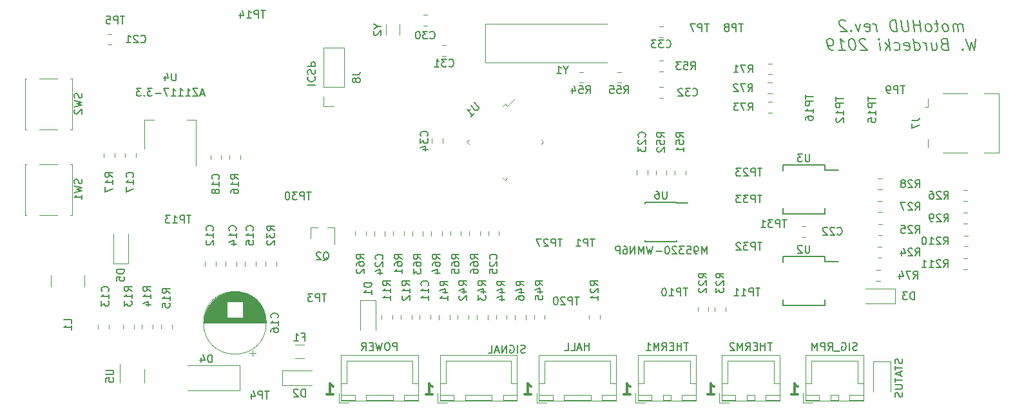
<source format=gbr>
G04 #@! TF.GenerationSoftware,KiCad,Pcbnew,(5.0.2)-1*
G04 #@! TF.CreationDate,2019-10-14T17:28:43+02:00*
G04 #@! TF.ProjectId,motoHUD,6d6f746f-4855-4442-9e6b-696361645f70,rev?*
G04 #@! TF.SameCoordinates,Original*
G04 #@! TF.FileFunction,Legend,Bot*
G04 #@! TF.FilePolarity,Positive*
%FSLAX46Y46*%
G04 Gerber Fmt 4.6, Leading zero omitted, Abs format (unit mm)*
G04 Created by KiCad (PCBNEW (5.0.2)-1) date 14.10.2019 17:28:43*
%MOMM*%
%LPD*%
G01*
G04 APERTURE LIST*
%ADD10C,0.200000*%
%ADD11C,0.300000*%
%ADD12C,0.120000*%
%ADD13C,0.150000*%
G04 APERTURE END LIST*
D10*
X200219375Y-85953571D02*
X200094375Y-84953571D01*
X200112232Y-85096428D02*
X200031875Y-85025000D01*
X199880089Y-84953571D01*
X199665803Y-84953571D01*
X199531875Y-85025000D01*
X199478303Y-85167857D01*
X199576517Y-85953571D01*
X199478303Y-85167857D02*
X199389017Y-85025000D01*
X199237232Y-84953571D01*
X199022946Y-84953571D01*
X198889017Y-85025000D01*
X198835446Y-85167857D01*
X198933660Y-85953571D01*
X198005089Y-85953571D02*
X198139017Y-85882142D01*
X198201517Y-85810714D01*
X198255089Y-85667857D01*
X198201517Y-85239285D01*
X198112232Y-85096428D01*
X198031875Y-85025000D01*
X197880089Y-84953571D01*
X197665803Y-84953571D01*
X197531875Y-85025000D01*
X197469375Y-85096428D01*
X197415803Y-85239285D01*
X197469375Y-85667857D01*
X197558660Y-85810714D01*
X197639017Y-85882142D01*
X197790803Y-85953571D01*
X198005089Y-85953571D01*
X196951517Y-84953571D02*
X196380089Y-84953571D01*
X196674732Y-84453571D02*
X196835446Y-85739285D01*
X196781875Y-85882142D01*
X196647946Y-85953571D01*
X196505089Y-85953571D01*
X195790803Y-85953571D02*
X195924732Y-85882142D01*
X195987232Y-85810714D01*
X196040803Y-85667857D01*
X195987232Y-85239285D01*
X195897946Y-85096428D01*
X195817589Y-85025000D01*
X195665803Y-84953571D01*
X195451517Y-84953571D01*
X195317589Y-85025000D01*
X195255089Y-85096428D01*
X195201517Y-85239285D01*
X195255089Y-85667857D01*
X195344375Y-85810714D01*
X195424732Y-85882142D01*
X195576517Y-85953571D01*
X195790803Y-85953571D01*
X194647946Y-85953571D02*
X194460446Y-84453571D01*
X194549732Y-85167857D02*
X193692589Y-85167857D01*
X193790803Y-85953571D02*
X193603303Y-84453571D01*
X192889017Y-84453571D02*
X193040803Y-85667857D01*
X192987232Y-85810714D01*
X192924732Y-85882142D01*
X192790803Y-85953571D01*
X192505089Y-85953571D01*
X192353303Y-85882142D01*
X192272946Y-85810714D01*
X192183660Y-85667857D01*
X192031875Y-84453571D01*
X191505089Y-85953571D02*
X191317589Y-84453571D01*
X190960446Y-84453571D01*
X190755089Y-84525000D01*
X190630089Y-84667857D01*
X190576517Y-84810714D01*
X190540803Y-85096428D01*
X190567589Y-85310714D01*
X190674732Y-85596428D01*
X190764017Y-85739285D01*
X190924732Y-85882142D01*
X191147946Y-85953571D01*
X191505089Y-85953571D01*
X188862232Y-85953571D02*
X188737232Y-84953571D01*
X188772946Y-85239285D02*
X188683660Y-85096428D01*
X188603303Y-85025000D01*
X188451517Y-84953571D01*
X188308660Y-84953571D01*
X187353303Y-85882142D02*
X187505089Y-85953571D01*
X187790803Y-85953571D01*
X187924732Y-85882142D01*
X187978303Y-85739285D01*
X187906875Y-85167857D01*
X187817589Y-85025000D01*
X187665803Y-84953571D01*
X187380089Y-84953571D01*
X187246160Y-85025000D01*
X187192589Y-85167857D01*
X187210446Y-85310714D01*
X187942589Y-85453571D01*
X186665803Y-84953571D02*
X186433660Y-85953571D01*
X185951517Y-84953571D01*
X185487232Y-85810714D02*
X185424732Y-85882142D01*
X185505089Y-85953571D01*
X185567589Y-85882142D01*
X185487232Y-85810714D01*
X185505089Y-85953571D01*
X184692589Y-84596428D02*
X184612232Y-84525000D01*
X184460446Y-84453571D01*
X184103303Y-84453571D01*
X183969375Y-84525000D01*
X183906875Y-84596428D01*
X183853303Y-84739285D01*
X183871160Y-84882142D01*
X183969375Y-85096428D01*
X184933660Y-85953571D01*
X184005089Y-85953571D01*
X201781875Y-86903571D02*
X201612232Y-88403571D01*
X201192589Y-87332142D01*
X201040803Y-88403571D01*
X200496160Y-86903571D01*
X200094375Y-88260714D02*
X200031875Y-88332142D01*
X200112232Y-88403571D01*
X200174732Y-88332142D01*
X200094375Y-88260714D01*
X200112232Y-88403571D01*
X197656875Y-87617857D02*
X197451517Y-87689285D01*
X197389017Y-87760714D01*
X197335446Y-87903571D01*
X197362232Y-88117857D01*
X197451517Y-88260714D01*
X197531875Y-88332142D01*
X197683660Y-88403571D01*
X198255089Y-88403571D01*
X198067589Y-86903571D01*
X197567589Y-86903571D01*
X197433660Y-86975000D01*
X197371160Y-87046428D01*
X197317589Y-87189285D01*
X197335446Y-87332142D01*
X197424732Y-87475000D01*
X197505089Y-87546428D01*
X197656875Y-87617857D01*
X198156875Y-87617857D01*
X195987232Y-87403571D02*
X196112232Y-88403571D01*
X196630089Y-87403571D02*
X196728303Y-88189285D01*
X196674732Y-88332142D01*
X196540803Y-88403571D01*
X196326517Y-88403571D01*
X196174732Y-88332142D01*
X196094375Y-88260714D01*
X195397946Y-88403571D02*
X195272946Y-87403571D01*
X195308660Y-87689285D02*
X195219375Y-87546428D01*
X195139017Y-87475000D01*
X194987232Y-87403571D01*
X194844375Y-87403571D01*
X193826517Y-88403571D02*
X193639017Y-86903571D01*
X193817589Y-88332142D02*
X193969375Y-88403571D01*
X194255089Y-88403571D01*
X194389017Y-88332142D01*
X194451517Y-88260714D01*
X194505089Y-88117857D01*
X194451517Y-87689285D01*
X194362232Y-87546428D01*
X194281875Y-87475000D01*
X194130089Y-87403571D01*
X193844375Y-87403571D01*
X193710446Y-87475000D01*
X192531875Y-88332142D02*
X192683660Y-88403571D01*
X192969375Y-88403571D01*
X193103303Y-88332142D01*
X193156875Y-88189285D01*
X193085446Y-87617857D01*
X192996160Y-87475000D01*
X192844375Y-87403571D01*
X192558660Y-87403571D01*
X192424732Y-87475000D01*
X192371160Y-87617857D01*
X192389017Y-87760714D01*
X193121160Y-87903571D01*
X191174732Y-88332142D02*
X191326517Y-88403571D01*
X191612232Y-88403571D01*
X191746160Y-88332142D01*
X191808660Y-88260714D01*
X191862232Y-88117857D01*
X191808660Y-87689285D01*
X191719375Y-87546428D01*
X191639017Y-87475000D01*
X191487232Y-87403571D01*
X191201517Y-87403571D01*
X191067589Y-87475000D01*
X190540803Y-88403571D02*
X190353303Y-86903571D01*
X190326517Y-87832142D02*
X189969375Y-88403571D01*
X189844375Y-87403571D02*
X190487232Y-87975000D01*
X189326517Y-88403571D02*
X189201517Y-87403571D01*
X189139017Y-86903571D02*
X189219375Y-86975000D01*
X189156875Y-87046428D01*
X189076517Y-86975000D01*
X189139017Y-86903571D01*
X189156875Y-87046428D01*
X187371160Y-87046428D02*
X187290803Y-86975000D01*
X187139017Y-86903571D01*
X186781875Y-86903571D01*
X186647946Y-86975000D01*
X186585446Y-87046428D01*
X186531875Y-87189285D01*
X186549732Y-87332142D01*
X186647946Y-87546428D01*
X187612232Y-88403571D01*
X186683660Y-88403571D01*
X185567589Y-86903571D02*
X185424732Y-86903571D01*
X185290803Y-86975000D01*
X185228303Y-87046428D01*
X185174732Y-87189285D01*
X185139017Y-87475000D01*
X185183660Y-87832142D01*
X185290803Y-88117857D01*
X185380089Y-88260714D01*
X185460446Y-88332142D01*
X185612232Y-88403571D01*
X185755089Y-88403571D01*
X185889017Y-88332142D01*
X185951517Y-88260714D01*
X186005089Y-88117857D01*
X186040803Y-87832142D01*
X185996160Y-87475000D01*
X185889017Y-87189285D01*
X185799732Y-87046428D01*
X185719375Y-86975000D01*
X185567589Y-86903571D01*
X183826517Y-88403571D02*
X184683660Y-88403571D01*
X184255089Y-88403571D02*
X184067589Y-86903571D01*
X184237232Y-87117857D01*
X184397946Y-87260714D01*
X184549732Y-87332142D01*
X183112232Y-88403571D02*
X182826517Y-88403571D01*
X182674732Y-88332142D01*
X182594375Y-88260714D01*
X182424732Y-88046428D01*
X182317589Y-87760714D01*
X182246160Y-87189285D01*
X182299732Y-87046428D01*
X182362232Y-86975000D01*
X182496160Y-86903571D01*
X182781875Y-86903571D01*
X182933660Y-86975000D01*
X183014017Y-87046428D01*
X183103303Y-87189285D01*
X183147946Y-87546428D01*
X183094375Y-87689285D01*
X183031875Y-87760714D01*
X182897946Y-87832142D01*
X182612232Y-87832142D01*
X182460446Y-87760714D01*
X182380089Y-87689285D01*
X182290803Y-87546428D01*
D11*
X177571428Y-133678571D02*
X178428571Y-133678571D01*
X178000000Y-133678571D02*
X178000000Y-132178571D01*
X178142857Y-132392857D01*
X178285714Y-132535714D01*
X178428571Y-132607142D01*
X166571428Y-133678571D02*
X167428571Y-133678571D01*
X167000000Y-133678571D02*
X167000000Y-132178571D01*
X167142857Y-132392857D01*
X167285714Y-132535714D01*
X167428571Y-132607142D01*
X155571428Y-133678571D02*
X156428571Y-133678571D01*
X156000000Y-133678571D02*
X156000000Y-132178571D01*
X156142857Y-132392857D01*
X156285714Y-132535714D01*
X156428571Y-132607142D01*
X142571428Y-133678571D02*
X143428571Y-133678571D01*
X143000000Y-133678571D02*
X143000000Y-132178571D01*
X143142857Y-132392857D01*
X143285714Y-132535714D01*
X143428571Y-132607142D01*
X129571428Y-133678571D02*
X130428571Y-133678571D01*
X130000000Y-133678571D02*
X130000000Y-132178571D01*
X130142857Y-132392857D01*
X130285714Y-132535714D01*
X130428571Y-132607142D01*
X116571428Y-133678571D02*
X117428571Y-133678571D01*
X117000000Y-133678571D02*
X117000000Y-132178571D01*
X117142857Y-132392857D01*
X117285714Y-132535714D01*
X117428571Y-132607142D01*
D12*
G04 #@! TO.C,SW2*
X83100000Y-92150000D02*
X82900000Y-92150000D01*
X76900000Y-92150000D02*
X77100000Y-92150000D01*
X76900000Y-98850000D02*
X77100000Y-98850000D01*
X83100000Y-98850000D02*
X82900000Y-98850000D01*
X81200000Y-98850000D02*
X78800000Y-98850000D01*
X81200000Y-92150000D02*
X78800000Y-92150000D01*
X83100000Y-92150000D02*
X83100000Y-98850000D01*
X76900000Y-98850000D02*
X76900000Y-92150000D01*
G04 #@! TO.C,L1*
X84710000Y-119547369D02*
X84710000Y-117952631D01*
X80290000Y-119547369D02*
X80290000Y-117952631D01*
G04 #@! TO.C,SW1*
X83100000Y-103400000D02*
X82900000Y-103400000D01*
X76900000Y-103400000D02*
X77100000Y-103400000D01*
X76900000Y-110100000D02*
X77100000Y-110100000D01*
X83100000Y-110100000D02*
X82900000Y-110100000D01*
X81200000Y-110100000D02*
X78800000Y-110100000D01*
X81200000Y-103400000D02*
X78800000Y-103400000D01*
X83100000Y-103400000D02*
X83100000Y-110100000D01*
X76900000Y-110100000D02*
X76900000Y-103400000D01*
G04 #@! TO.C,U4*
X99410000Y-103600000D02*
X99410000Y-97590000D01*
X92590000Y-101350000D02*
X92590000Y-97590000D01*
X99410000Y-97590000D02*
X98150000Y-97590000D01*
X92590000Y-97590000D02*
X93850000Y-97590000D01*
G04 #@! TO.C,J7*
X204910000Y-101910000D02*
X204910000Y-94090000D01*
X195590000Y-95890000D02*
X195160000Y-95890000D01*
X204910000Y-101910000D02*
X202960000Y-101910000D01*
X200740000Y-101910000D02*
X197510000Y-101910000D01*
X195590000Y-100110000D02*
X195590000Y-101190000D01*
X195590000Y-94810000D02*
X195590000Y-95890000D01*
X200740000Y-94090000D02*
X197510000Y-94090000D01*
X204910000Y-94090000D02*
X202960000Y-94090000D01*
G04 #@! TO.C,Q2*
X114420000Y-111740000D02*
X115350000Y-111740000D01*
X117580000Y-111740000D02*
X116650000Y-111740000D01*
X117580000Y-111740000D02*
X117580000Y-113900000D01*
X114420000Y-111740000D02*
X114420000Y-113200000D01*
G04 #@! TO.C,C17*
X91460000Y-101988748D02*
X91460000Y-102511252D01*
X90040000Y-101988748D02*
X90040000Y-102511252D01*
G04 #@! TO.C,C18*
X102710000Y-102761252D02*
X102710000Y-102238748D01*
X101290000Y-102761252D02*
X101290000Y-102238748D01*
G04 #@! TO.C,C11*
X128790000Y-123761252D02*
X128790000Y-123238748D01*
X130210000Y-123761252D02*
X130210000Y-123238748D01*
G04 #@! TO.C,C33*
X160238748Y-86710000D02*
X160761252Y-86710000D01*
X160238748Y-85290000D02*
X160761252Y-85290000D01*
G04 #@! TO.C,C32*
X160789252Y-93270000D02*
X160266748Y-93270000D01*
X160789252Y-94690000D02*
X160266748Y-94690000D01*
G04 #@! TO.C,C31*
X131713748Y-87790000D02*
X132236252Y-87790000D01*
X131713748Y-89210000D02*
X132236252Y-89210000D01*
G04 #@! TO.C,C30*
X129238748Y-85210000D02*
X129761252Y-85210000D01*
X129238748Y-83790000D02*
X129761252Y-83790000D01*
G04 #@! TO.C,C34*
X131774000Y-100068748D02*
X131774000Y-100591252D01*
X130354000Y-100068748D02*
X130354000Y-100591252D01*
G04 #@! TO.C,C23*
X158710000Y-104213748D02*
X158710000Y-104736252D01*
X157290000Y-104213748D02*
X157290000Y-104736252D01*
G04 #@! TO.C,C24*
X124210000Y-112786252D02*
X124210000Y-112263748D01*
X122790000Y-112786252D02*
X122790000Y-112263748D01*
G04 #@! TO.C,D10*
X188365000Y-133350000D02*
X188365000Y-129290000D01*
X188365000Y-129290000D02*
X190635000Y-129290000D01*
X190635000Y-129290000D02*
X190635000Y-133350000D01*
G04 #@! TO.C,J1*
X118150000Y-134750000D02*
X118150000Y-133500000D01*
X119400000Y-134750000D02*
X118150000Y-134750000D01*
X127800000Y-129250000D02*
X123500000Y-129250000D01*
X127800000Y-132200000D02*
X127800000Y-129250000D01*
X128550000Y-132200000D02*
X127800000Y-132200000D01*
X119200000Y-129250000D02*
X123500000Y-129250000D01*
X119200000Y-132200000D02*
X119200000Y-129250000D01*
X118450000Y-132200000D02*
X119200000Y-132200000D01*
X128550000Y-134450000D02*
X126750000Y-134450000D01*
X128550000Y-133700000D02*
X128550000Y-134450000D01*
X126750000Y-133700000D02*
X128550000Y-133700000D01*
X126750000Y-134450000D02*
X126750000Y-133700000D01*
X120250000Y-134450000D02*
X118450000Y-134450000D01*
X120250000Y-133700000D02*
X120250000Y-134450000D01*
X118450000Y-133700000D02*
X120250000Y-133700000D01*
X118450000Y-134450000D02*
X118450000Y-133700000D01*
X125250000Y-134450000D02*
X121750000Y-134450000D01*
X125250000Y-133700000D02*
X125250000Y-134450000D01*
X121750000Y-133700000D02*
X125250000Y-133700000D01*
X121750000Y-134450000D02*
X121750000Y-133700000D01*
X128560000Y-134460000D02*
X118440000Y-134460000D01*
X128560000Y-128490000D02*
X128560000Y-134460000D01*
X118440000Y-128490000D02*
X128560000Y-128490000D01*
X118440000Y-134460000D02*
X118440000Y-128490000D01*
G04 #@! TO.C,J6*
X131440000Y-134460000D02*
X131440000Y-128490000D01*
X131440000Y-128490000D02*
X141560000Y-128490000D01*
X141560000Y-128490000D02*
X141560000Y-134460000D01*
X141560000Y-134460000D02*
X131440000Y-134460000D01*
X134750000Y-134450000D02*
X134750000Y-133700000D01*
X134750000Y-133700000D02*
X138250000Y-133700000D01*
X138250000Y-133700000D02*
X138250000Y-134450000D01*
X138250000Y-134450000D02*
X134750000Y-134450000D01*
X131450000Y-134450000D02*
X131450000Y-133700000D01*
X131450000Y-133700000D02*
X133250000Y-133700000D01*
X133250000Y-133700000D02*
X133250000Y-134450000D01*
X133250000Y-134450000D02*
X131450000Y-134450000D01*
X139750000Y-134450000D02*
X139750000Y-133700000D01*
X139750000Y-133700000D02*
X141550000Y-133700000D01*
X141550000Y-133700000D02*
X141550000Y-134450000D01*
X141550000Y-134450000D02*
X139750000Y-134450000D01*
X131450000Y-132200000D02*
X132200000Y-132200000D01*
X132200000Y-132200000D02*
X132200000Y-129250000D01*
X132200000Y-129250000D02*
X136500000Y-129250000D01*
X141550000Y-132200000D02*
X140800000Y-132200000D01*
X140800000Y-132200000D02*
X140800000Y-129250000D01*
X140800000Y-129250000D02*
X136500000Y-129250000D01*
X132400000Y-134750000D02*
X131150000Y-134750000D01*
X131150000Y-134750000D02*
X131150000Y-133500000D01*
G04 #@! TO.C,J2*
X157150000Y-134750000D02*
X157150000Y-133500000D01*
X158400000Y-134750000D02*
X157150000Y-134750000D01*
X164300000Y-129250000D02*
X161250000Y-129250000D01*
X164300000Y-132200000D02*
X164300000Y-129250000D01*
X165050000Y-132200000D02*
X164300000Y-132200000D01*
X158200000Y-129250000D02*
X161250000Y-129250000D01*
X158200000Y-132200000D02*
X158200000Y-129250000D01*
X157450000Y-132200000D02*
X158200000Y-132200000D01*
X165050000Y-134450000D02*
X163250000Y-134450000D01*
X165050000Y-133700000D02*
X165050000Y-134450000D01*
X163250000Y-133700000D02*
X165050000Y-133700000D01*
X163250000Y-134450000D02*
X163250000Y-133700000D01*
X159250000Y-134450000D02*
X157450000Y-134450000D01*
X159250000Y-133700000D02*
X159250000Y-134450000D01*
X157450000Y-133700000D02*
X159250000Y-133700000D01*
X157450000Y-134450000D02*
X157450000Y-133700000D01*
X161750000Y-134450000D02*
X160750000Y-134450000D01*
X161750000Y-133700000D02*
X161750000Y-134450000D01*
X160750000Y-133700000D02*
X161750000Y-133700000D01*
X160750000Y-134450000D02*
X160750000Y-133700000D01*
X165060000Y-134460000D02*
X157440000Y-134460000D01*
X165060000Y-128490000D02*
X165060000Y-134460000D01*
X157440000Y-128490000D02*
X165060000Y-128490000D01*
X157440000Y-134460000D02*
X157440000Y-128490000D01*
G04 #@! TO.C,J3*
X168440000Y-134460000D02*
X168440000Y-128490000D01*
X168440000Y-128490000D02*
X176060000Y-128490000D01*
X176060000Y-128490000D02*
X176060000Y-134460000D01*
X176060000Y-134460000D02*
X168440000Y-134460000D01*
X171750000Y-134450000D02*
X171750000Y-133700000D01*
X171750000Y-133700000D02*
X172750000Y-133700000D01*
X172750000Y-133700000D02*
X172750000Y-134450000D01*
X172750000Y-134450000D02*
X171750000Y-134450000D01*
X168450000Y-134450000D02*
X168450000Y-133700000D01*
X168450000Y-133700000D02*
X170250000Y-133700000D01*
X170250000Y-133700000D02*
X170250000Y-134450000D01*
X170250000Y-134450000D02*
X168450000Y-134450000D01*
X174250000Y-134450000D02*
X174250000Y-133700000D01*
X174250000Y-133700000D02*
X176050000Y-133700000D01*
X176050000Y-133700000D02*
X176050000Y-134450000D01*
X176050000Y-134450000D02*
X174250000Y-134450000D01*
X168450000Y-132200000D02*
X169200000Y-132200000D01*
X169200000Y-132200000D02*
X169200000Y-129250000D01*
X169200000Y-129250000D02*
X172250000Y-129250000D01*
X176050000Y-132200000D02*
X175300000Y-132200000D01*
X175300000Y-132200000D02*
X175300000Y-129250000D01*
X175300000Y-129250000D02*
X172250000Y-129250000D01*
X169400000Y-134750000D02*
X168150000Y-134750000D01*
X168150000Y-134750000D02*
X168150000Y-133500000D01*
G04 #@! TO.C,J4*
X144440000Y-134460000D02*
X144440000Y-128490000D01*
X144440000Y-128490000D02*
X154560000Y-128490000D01*
X154560000Y-128490000D02*
X154560000Y-134460000D01*
X154560000Y-134460000D02*
X144440000Y-134460000D01*
X147750000Y-134450000D02*
X147750000Y-133700000D01*
X147750000Y-133700000D02*
X151250000Y-133700000D01*
X151250000Y-133700000D02*
X151250000Y-134450000D01*
X151250000Y-134450000D02*
X147750000Y-134450000D01*
X144450000Y-134450000D02*
X144450000Y-133700000D01*
X144450000Y-133700000D02*
X146250000Y-133700000D01*
X146250000Y-133700000D02*
X146250000Y-134450000D01*
X146250000Y-134450000D02*
X144450000Y-134450000D01*
X152750000Y-134450000D02*
X152750000Y-133700000D01*
X152750000Y-133700000D02*
X154550000Y-133700000D01*
X154550000Y-133700000D02*
X154550000Y-134450000D01*
X154550000Y-134450000D02*
X152750000Y-134450000D01*
X144450000Y-132200000D02*
X145200000Y-132200000D01*
X145200000Y-132200000D02*
X145200000Y-129250000D01*
X145200000Y-129250000D02*
X149500000Y-129250000D01*
X154550000Y-132200000D02*
X153800000Y-132200000D01*
X153800000Y-132200000D02*
X153800000Y-129250000D01*
X153800000Y-129250000D02*
X149500000Y-129250000D01*
X145400000Y-134750000D02*
X144150000Y-134750000D01*
X144150000Y-134750000D02*
X144150000Y-133500000D01*
G04 #@! TO.C,J5*
X179440000Y-134460000D02*
X179440000Y-128490000D01*
X179440000Y-128490000D02*
X187060000Y-128490000D01*
X187060000Y-128490000D02*
X187060000Y-134460000D01*
X187060000Y-134460000D02*
X179440000Y-134460000D01*
X182750000Y-134450000D02*
X182750000Y-133700000D01*
X182750000Y-133700000D02*
X183750000Y-133700000D01*
X183750000Y-133700000D02*
X183750000Y-134450000D01*
X183750000Y-134450000D02*
X182750000Y-134450000D01*
X179450000Y-134450000D02*
X179450000Y-133700000D01*
X179450000Y-133700000D02*
X181250000Y-133700000D01*
X181250000Y-133700000D02*
X181250000Y-134450000D01*
X181250000Y-134450000D02*
X179450000Y-134450000D01*
X185250000Y-134450000D02*
X185250000Y-133700000D01*
X185250000Y-133700000D02*
X187050000Y-133700000D01*
X187050000Y-133700000D02*
X187050000Y-134450000D01*
X187050000Y-134450000D02*
X185250000Y-134450000D01*
X179450000Y-132200000D02*
X180200000Y-132200000D01*
X180200000Y-132200000D02*
X180200000Y-129250000D01*
X180200000Y-129250000D02*
X183250000Y-129250000D01*
X187050000Y-132200000D02*
X186300000Y-132200000D01*
X186300000Y-132200000D02*
X186300000Y-129250000D01*
X186300000Y-129250000D02*
X183250000Y-129250000D01*
X180400000Y-134750000D02*
X179150000Y-134750000D01*
X179150000Y-134750000D02*
X179150000Y-133500000D01*
G04 #@! TO.C,J8*
X116170000Y-88090000D02*
X118830000Y-88090000D01*
X116170000Y-93230000D02*
X116170000Y-88090000D01*
X118830000Y-93230000D02*
X118830000Y-88090000D01*
X116170000Y-93230000D02*
X118830000Y-93230000D01*
X116170000Y-94500000D02*
X116170000Y-95830000D01*
X116170000Y-95830000D02*
X117500000Y-95830000D01*
G04 #@! TO.C,R22*
X166710000Y-122761252D02*
X166710000Y-122238748D01*
X165290000Y-122761252D02*
X165290000Y-122238748D01*
G04 #@! TO.C,R23*
X168960000Y-122761252D02*
X168960000Y-122238748D01*
X167540000Y-122761252D02*
X167540000Y-122238748D01*
G04 #@! TO.C,R21*
X151040000Y-123761252D02*
X151040000Y-123238748D01*
X152460000Y-123761252D02*
X152460000Y-123238748D01*
G04 #@! TO.C,R11*
X123790000Y-123238748D02*
X123790000Y-123761252D01*
X125210000Y-123238748D02*
X125210000Y-123761252D01*
G04 #@! TO.C,R12*
X126290000Y-123761252D02*
X126290000Y-123238748D01*
X127710000Y-123761252D02*
X127710000Y-123238748D01*
G04 #@! TO.C,R211*
X200238748Y-115790000D02*
X200761252Y-115790000D01*
X200238748Y-117210000D02*
X200761252Y-117210000D01*
G04 #@! TO.C,R54*
X149713748Y-91290000D02*
X150236252Y-91290000D01*
X149713748Y-92710000D02*
X150236252Y-92710000D01*
G04 #@! TO.C,R53*
X160213748Y-91210000D02*
X160736252Y-91210000D01*
X160213748Y-89790000D02*
X160736252Y-89790000D01*
G04 #@! TO.C,R41*
X131290000Y-123786252D02*
X131290000Y-123263748D01*
X132710000Y-123786252D02*
X132710000Y-123263748D01*
G04 #@! TO.C,R42*
X133790000Y-123213748D02*
X133790000Y-123736252D01*
X135210000Y-123213748D02*
X135210000Y-123736252D01*
G04 #@! TO.C,R55*
X154713748Y-92710000D02*
X155236252Y-92710000D01*
X154713748Y-91290000D02*
X155236252Y-91290000D01*
G04 #@! TO.C,R43*
X136290000Y-123786252D02*
X136290000Y-123263748D01*
X137710000Y-123786252D02*
X137710000Y-123263748D01*
G04 #@! TO.C,R44*
X138790000Y-123238748D02*
X138790000Y-123761252D01*
X140210000Y-123238748D02*
X140210000Y-123761252D01*
G04 #@! TO.C,R45*
X143790000Y-123761252D02*
X143790000Y-123238748D01*
X145210000Y-123761252D02*
X145210000Y-123238748D01*
G04 #@! TO.C,R46*
X141290000Y-123263748D02*
X141290000Y-123786252D01*
X142710000Y-123263748D02*
X142710000Y-123786252D01*
G04 #@! TO.C,R51*
X162290000Y-104786252D02*
X162290000Y-104263748D01*
X163710000Y-104786252D02*
X163710000Y-104263748D01*
G04 #@! TO.C,R52*
X159790000Y-104786252D02*
X159790000Y-104263748D01*
X161210000Y-104786252D02*
X161210000Y-104263748D01*
G04 #@! TO.C,R61*
X125290000Y-112761252D02*
X125290000Y-112238748D01*
X126710000Y-112761252D02*
X126710000Y-112238748D01*
G04 #@! TO.C,R72*
X174506748Y-92687000D02*
X175029252Y-92687000D01*
X174506748Y-94107000D02*
X175029252Y-94107000D01*
G04 #@! TO.C,R71*
X174531748Y-91607000D02*
X175054252Y-91607000D01*
X174531748Y-90187000D02*
X175054252Y-90187000D01*
G04 #@! TO.C,R74*
X189261252Y-118710000D02*
X188738748Y-118710000D01*
X189261252Y-117290000D02*
X188738748Y-117290000D01*
G04 #@! TO.C,R73*
X174531748Y-96607000D02*
X175054252Y-96607000D01*
X174531748Y-95187000D02*
X175054252Y-95187000D01*
G04 #@! TO.C,R66*
X135290000Y-112213748D02*
X135290000Y-112736252D01*
X136710000Y-112213748D02*
X136710000Y-112736252D01*
G04 #@! TO.C,R65*
X132790000Y-112238748D02*
X132790000Y-112761252D01*
X134210000Y-112238748D02*
X134210000Y-112761252D01*
G04 #@! TO.C,R64*
X131710000Y-112263748D02*
X131710000Y-112786252D01*
X130290000Y-112263748D02*
X130290000Y-112786252D01*
G04 #@! TO.C,R63*
X127790000Y-112263748D02*
X127790000Y-112786252D01*
X129210000Y-112263748D02*
X129210000Y-112786252D01*
G04 #@! TO.C,R24*
X188963748Y-115710000D02*
X189486252Y-115710000D01*
X188963748Y-114290000D02*
X189486252Y-114290000D01*
G04 #@! TO.C,R25*
X189013748Y-112710000D02*
X189536252Y-112710000D01*
X189013748Y-111290000D02*
X189536252Y-111290000D01*
G04 #@! TO.C,R27*
X189511252Y-109710000D02*
X188988748Y-109710000D01*
X189511252Y-108290000D02*
X188988748Y-108290000D01*
G04 #@! TO.C,R28*
X188988748Y-105290000D02*
X189511252Y-105290000D01*
X188988748Y-106710000D02*
X189511252Y-106710000D01*
G04 #@! TO.C,R29*
X200761252Y-109790000D02*
X200238748Y-109790000D01*
X200761252Y-111210000D02*
X200238748Y-111210000D01*
G04 #@! TO.C,R210*
X200786252Y-114210000D02*
X200263748Y-114210000D01*
X200786252Y-112790000D02*
X200263748Y-112790000D01*
G04 #@! TO.C,U1*
X134965400Y-100500000D02*
X135262385Y-100796985D01*
X140000000Y-105534600D02*
X139703015Y-105237615D01*
X145034600Y-100500000D02*
X144737615Y-100203015D01*
X140000000Y-95465400D02*
X139703015Y-95762385D01*
X140000000Y-105534600D02*
X140296985Y-105237615D01*
X134965400Y-100500000D02*
X135262385Y-100203015D01*
X140296985Y-95762385D02*
X141272792Y-94786577D01*
X140000000Y-95465400D02*
X140296985Y-95762385D01*
X145034600Y-100500000D02*
X144737615Y-100796985D01*
D13*
G04 #@! TO.C,U6*
X162575000Y-108425000D02*
X162575000Y-108475000D01*
X158425000Y-108425000D02*
X158425000Y-108570000D01*
X158425000Y-113575000D02*
X158425000Y-113430000D01*
X162575000Y-113575000D02*
X162575000Y-113430000D01*
X162575000Y-108425000D02*
X158425000Y-108425000D01*
X162575000Y-113575000D02*
X158425000Y-113575000D01*
X162575000Y-108475000D02*
X163975000Y-108475000D01*
D12*
G04 #@! TO.C,Y1*
X153400000Y-90050000D02*
X137425000Y-90050000D01*
X137425000Y-90050000D02*
X137425000Y-84950000D01*
X137425000Y-84950000D02*
X153400000Y-84950000D01*
G04 #@! TO.C,C12*
X100540000Y-116761252D02*
X100540000Y-116238748D01*
X101960000Y-116761252D02*
X101960000Y-116238748D01*
G04 #@! TO.C,C13*
X86540000Y-124488748D02*
X86540000Y-125011252D01*
X87960000Y-124488748D02*
X87960000Y-125011252D01*
G04 #@! TO.C,C14*
X104710000Y-116238748D02*
X104710000Y-116761252D01*
X103290000Y-116238748D02*
X103290000Y-116761252D01*
G04 #@! TO.C,C15*
X105790000Y-116238748D02*
X105790000Y-116761252D01*
X107210000Y-116238748D02*
X107210000Y-116761252D01*
G04 #@! TO.C,C16*
X108620000Y-124250000D02*
G75*
G03X108620000Y-124250000I-4120000J0D01*
G01*
X108580000Y-124250000D02*
X100420000Y-124250000D01*
X108580000Y-124210000D02*
X100420000Y-124210000D01*
X108580000Y-124170000D02*
X100420000Y-124170000D01*
X108579000Y-124130000D02*
X100421000Y-124130000D01*
X108577000Y-124090000D02*
X100423000Y-124090000D01*
X108576000Y-124050000D02*
X100424000Y-124050000D01*
X108574000Y-124010000D02*
X100426000Y-124010000D01*
X108571000Y-123970000D02*
X100429000Y-123970000D01*
X108568000Y-123930000D02*
X100432000Y-123930000D01*
X108565000Y-123890000D02*
X100435000Y-123890000D01*
X108561000Y-123850000D02*
X100439000Y-123850000D01*
X108557000Y-123810000D02*
X100443000Y-123810000D01*
X108552000Y-123770000D02*
X100448000Y-123770000D01*
X108548000Y-123730000D02*
X100452000Y-123730000D01*
X108542000Y-123690000D02*
X100458000Y-123690000D01*
X108537000Y-123650000D02*
X100463000Y-123650000D01*
X108530000Y-123610000D02*
X100470000Y-123610000D01*
X108524000Y-123570000D02*
X100476000Y-123570000D01*
X108517000Y-123529000D02*
X105540000Y-123529000D01*
X103460000Y-123529000D02*
X100483000Y-123529000D01*
X108510000Y-123489000D02*
X105540000Y-123489000D01*
X103460000Y-123489000D02*
X100490000Y-123489000D01*
X108502000Y-123449000D02*
X105540000Y-123449000D01*
X103460000Y-123449000D02*
X100498000Y-123449000D01*
X108494000Y-123409000D02*
X105540000Y-123409000D01*
X103460000Y-123409000D02*
X100506000Y-123409000D01*
X108485000Y-123369000D02*
X105540000Y-123369000D01*
X103460000Y-123369000D02*
X100515000Y-123369000D01*
X108476000Y-123329000D02*
X105540000Y-123329000D01*
X103460000Y-123329000D02*
X100524000Y-123329000D01*
X108467000Y-123289000D02*
X105540000Y-123289000D01*
X103460000Y-123289000D02*
X100533000Y-123289000D01*
X108457000Y-123249000D02*
X105540000Y-123249000D01*
X103460000Y-123249000D02*
X100543000Y-123249000D01*
X108447000Y-123209000D02*
X105540000Y-123209000D01*
X103460000Y-123209000D02*
X100553000Y-123209000D01*
X108436000Y-123169000D02*
X105540000Y-123169000D01*
X103460000Y-123169000D02*
X100564000Y-123169000D01*
X108425000Y-123129000D02*
X105540000Y-123129000D01*
X103460000Y-123129000D02*
X100575000Y-123129000D01*
X108414000Y-123089000D02*
X105540000Y-123089000D01*
X103460000Y-123089000D02*
X100586000Y-123089000D01*
X108402000Y-123049000D02*
X105540000Y-123049000D01*
X103460000Y-123049000D02*
X100598000Y-123049000D01*
X108389000Y-123009000D02*
X105540000Y-123009000D01*
X103460000Y-123009000D02*
X100611000Y-123009000D01*
X108377000Y-122969000D02*
X105540000Y-122969000D01*
X103460000Y-122969000D02*
X100623000Y-122969000D01*
X108363000Y-122929000D02*
X105540000Y-122929000D01*
X103460000Y-122929000D02*
X100637000Y-122929000D01*
X108350000Y-122889000D02*
X105540000Y-122889000D01*
X103460000Y-122889000D02*
X100650000Y-122889000D01*
X108335000Y-122849000D02*
X105540000Y-122849000D01*
X103460000Y-122849000D02*
X100665000Y-122849000D01*
X108321000Y-122809000D02*
X105540000Y-122809000D01*
X103460000Y-122809000D02*
X100679000Y-122809000D01*
X108305000Y-122769000D02*
X105540000Y-122769000D01*
X103460000Y-122769000D02*
X100695000Y-122769000D01*
X108290000Y-122729000D02*
X105540000Y-122729000D01*
X103460000Y-122729000D02*
X100710000Y-122729000D01*
X108274000Y-122689000D02*
X105540000Y-122689000D01*
X103460000Y-122689000D02*
X100726000Y-122689000D01*
X108257000Y-122649000D02*
X105540000Y-122649000D01*
X103460000Y-122649000D02*
X100743000Y-122649000D01*
X108240000Y-122609000D02*
X105540000Y-122609000D01*
X103460000Y-122609000D02*
X100760000Y-122609000D01*
X108222000Y-122569000D02*
X105540000Y-122569000D01*
X103460000Y-122569000D02*
X100778000Y-122569000D01*
X108204000Y-122529000D02*
X105540000Y-122529000D01*
X103460000Y-122529000D02*
X100796000Y-122529000D01*
X108186000Y-122489000D02*
X105540000Y-122489000D01*
X103460000Y-122489000D02*
X100814000Y-122489000D01*
X108166000Y-122449000D02*
X105540000Y-122449000D01*
X103460000Y-122449000D02*
X100834000Y-122449000D01*
X108147000Y-122409000D02*
X105540000Y-122409000D01*
X103460000Y-122409000D02*
X100853000Y-122409000D01*
X108127000Y-122369000D02*
X105540000Y-122369000D01*
X103460000Y-122369000D02*
X100873000Y-122369000D01*
X108106000Y-122329000D02*
X105540000Y-122329000D01*
X103460000Y-122329000D02*
X100894000Y-122329000D01*
X108084000Y-122289000D02*
X105540000Y-122289000D01*
X103460000Y-122289000D02*
X100916000Y-122289000D01*
X108062000Y-122249000D02*
X105540000Y-122249000D01*
X103460000Y-122249000D02*
X100938000Y-122249000D01*
X108040000Y-122209000D02*
X105540000Y-122209000D01*
X103460000Y-122209000D02*
X100960000Y-122209000D01*
X108017000Y-122169000D02*
X105540000Y-122169000D01*
X103460000Y-122169000D02*
X100983000Y-122169000D01*
X107993000Y-122129000D02*
X105540000Y-122129000D01*
X103460000Y-122129000D02*
X101007000Y-122129000D01*
X107969000Y-122089000D02*
X105540000Y-122089000D01*
X103460000Y-122089000D02*
X101031000Y-122089000D01*
X107944000Y-122049000D02*
X105540000Y-122049000D01*
X103460000Y-122049000D02*
X101056000Y-122049000D01*
X107918000Y-122009000D02*
X105540000Y-122009000D01*
X103460000Y-122009000D02*
X101082000Y-122009000D01*
X107892000Y-121969000D02*
X105540000Y-121969000D01*
X103460000Y-121969000D02*
X101108000Y-121969000D01*
X107865000Y-121929000D02*
X105540000Y-121929000D01*
X103460000Y-121929000D02*
X101135000Y-121929000D01*
X107838000Y-121889000D02*
X105540000Y-121889000D01*
X103460000Y-121889000D02*
X101162000Y-121889000D01*
X107809000Y-121849000D02*
X105540000Y-121849000D01*
X103460000Y-121849000D02*
X101191000Y-121849000D01*
X107780000Y-121809000D02*
X105540000Y-121809000D01*
X103460000Y-121809000D02*
X101220000Y-121809000D01*
X107750000Y-121769000D02*
X105540000Y-121769000D01*
X103460000Y-121769000D02*
X101250000Y-121769000D01*
X107720000Y-121729000D02*
X105540000Y-121729000D01*
X103460000Y-121729000D02*
X101280000Y-121729000D01*
X107689000Y-121689000D02*
X105540000Y-121689000D01*
X103460000Y-121689000D02*
X101311000Y-121689000D01*
X107656000Y-121649000D02*
X105540000Y-121649000D01*
X103460000Y-121649000D02*
X101344000Y-121649000D01*
X107624000Y-121609000D02*
X105540000Y-121609000D01*
X103460000Y-121609000D02*
X101376000Y-121609000D01*
X107590000Y-121569000D02*
X105540000Y-121569000D01*
X103460000Y-121569000D02*
X101410000Y-121569000D01*
X107555000Y-121529000D02*
X105540000Y-121529000D01*
X103460000Y-121529000D02*
X101445000Y-121529000D01*
X107519000Y-121489000D02*
X105540000Y-121489000D01*
X103460000Y-121489000D02*
X101481000Y-121489000D01*
X107483000Y-121449000D02*
X101517000Y-121449000D01*
X107445000Y-121409000D02*
X101555000Y-121409000D01*
X107407000Y-121369000D02*
X101593000Y-121369000D01*
X107367000Y-121329000D02*
X101633000Y-121329000D01*
X107326000Y-121289000D02*
X101674000Y-121289000D01*
X107284000Y-121249000D02*
X101716000Y-121249000D01*
X107241000Y-121209000D02*
X101759000Y-121209000D01*
X107197000Y-121169000D02*
X101803000Y-121169000D01*
X107151000Y-121129000D02*
X101849000Y-121129000D01*
X107104000Y-121089000D02*
X101896000Y-121089000D01*
X107056000Y-121049000D02*
X101944000Y-121049000D01*
X107005000Y-121009000D02*
X101995000Y-121009000D01*
X106954000Y-120969000D02*
X102046000Y-120969000D01*
X106900000Y-120929000D02*
X102100000Y-120929000D01*
X106845000Y-120889000D02*
X102155000Y-120889000D01*
X106787000Y-120849000D02*
X102213000Y-120849000D01*
X106728000Y-120809000D02*
X102272000Y-120809000D01*
X106666000Y-120769000D02*
X102334000Y-120769000D01*
X106602000Y-120729000D02*
X102398000Y-120729000D01*
X106534000Y-120689000D02*
X102466000Y-120689000D01*
X106464000Y-120649000D02*
X102536000Y-120649000D01*
X106390000Y-120609000D02*
X102610000Y-120609000D01*
X106313000Y-120569000D02*
X102687000Y-120569000D01*
X106231000Y-120529000D02*
X102769000Y-120529000D01*
X106145000Y-120489000D02*
X102855000Y-120489000D01*
X106052000Y-120449000D02*
X102948000Y-120449000D01*
X105953000Y-120409000D02*
X103047000Y-120409000D01*
X105846000Y-120369000D02*
X103154000Y-120369000D01*
X105729000Y-120329000D02*
X103271000Y-120329000D01*
X105598000Y-120289000D02*
X103402000Y-120289000D01*
X105448000Y-120249000D02*
X103552000Y-120249000D01*
X105268000Y-120209000D02*
X103732000Y-120209000D01*
X105033000Y-120169000D02*
X103967000Y-120169000D01*
X106815000Y-128659698D02*
X106815000Y-127859698D01*
X107215000Y-128259698D02*
X106415000Y-128259698D01*
G04 #@! TO.C,C21*
X87788748Y-87710000D02*
X88311252Y-87710000D01*
X87788748Y-86290000D02*
X88311252Y-86290000D01*
G04 #@! TO.C,C22*
X178988748Y-112960000D02*
X179511252Y-112960000D01*
X178988748Y-111540000D02*
X179511252Y-111540000D01*
G04 #@! TO.C,C25*
X139210000Y-112238748D02*
X139210000Y-112761252D01*
X137790000Y-112238748D02*
X137790000Y-112761252D01*
G04 #@! TO.C,D1*
X121000000Y-121250000D02*
X121000000Y-125150000D01*
X123000000Y-121250000D02*
X123000000Y-125150000D01*
X121000000Y-121250000D02*
X123000000Y-121250000D01*
G04 #@! TO.C,D2*
X110750000Y-132500000D02*
X110750000Y-130500000D01*
X110750000Y-130500000D02*
X114650000Y-130500000D01*
X110750000Y-132500000D02*
X114650000Y-132500000D01*
G04 #@! TO.C,D3*
X191250000Y-119750000D02*
X191250000Y-121750000D01*
X191250000Y-121750000D02*
X187350000Y-121750000D01*
X191250000Y-119750000D02*
X187350000Y-119750000D01*
G04 #@! TO.C,D4*
X105150000Y-129850000D02*
X105150000Y-133150000D01*
X105150000Y-133150000D02*
X98250000Y-133150000D01*
X105150000Y-129850000D02*
X98250000Y-129850000D01*
G04 #@! TO.C,D5*
X90500000Y-116500000D02*
X90500000Y-112600000D01*
X88500000Y-116500000D02*
X88500000Y-112600000D01*
X90500000Y-116500000D02*
X88500000Y-116500000D01*
G04 #@! TO.C,F1*
X113602064Y-127090000D02*
X112397936Y-127090000D01*
X113602064Y-128910000D02*
X112397936Y-128910000D01*
G04 #@! TO.C,R13*
X89790000Y-124488748D02*
X89790000Y-125011252D01*
X91210000Y-124488748D02*
X91210000Y-125011252D01*
G04 #@! TO.C,R14*
X93710000Y-125011252D02*
X93710000Y-124488748D01*
X92290000Y-125011252D02*
X92290000Y-124488748D01*
G04 #@! TO.C,R15*
X94790000Y-125011252D02*
X94790000Y-124488748D01*
X96210000Y-125011252D02*
X96210000Y-124488748D01*
G04 #@! TO.C,R16*
X105210000Y-102238748D02*
X105210000Y-102761252D01*
X103790000Y-102238748D02*
X103790000Y-102761252D01*
G04 #@! TO.C,R17*
X87290000Y-101988748D02*
X87290000Y-102511252D01*
X88710000Y-101988748D02*
X88710000Y-102511252D01*
G04 #@! TO.C,R26*
X200238748Y-106790000D02*
X200761252Y-106790000D01*
X200238748Y-108210000D02*
X200761252Y-108210000D01*
G04 #@! TO.C,R32*
X108540000Y-116761252D02*
X108540000Y-116238748D01*
X109960000Y-116761252D02*
X109960000Y-116238748D01*
G04 #@! TO.C,R62*
X121710000Y-112761252D02*
X121710000Y-112238748D01*
X120290000Y-112761252D02*
X120290000Y-112238748D01*
D13*
G04 #@! TO.C,U2*
X182000000Y-115545000D02*
X182000000Y-116200000D01*
X176500000Y-115545000D02*
X176500000Y-116295000D01*
X176500000Y-121955000D02*
X176500000Y-121205000D01*
X182000000Y-121955000D02*
X182000000Y-121205000D01*
X182000000Y-115545000D02*
X176500000Y-115545000D01*
X182000000Y-121955000D02*
X176500000Y-121955000D01*
X182000000Y-116200000D02*
X183750000Y-116200000D01*
G04 #@! TO.C,U3*
X182000000Y-104200000D02*
X183750000Y-104200000D01*
X182000000Y-109955000D02*
X176500000Y-109955000D01*
X182000000Y-103545000D02*
X176500000Y-103545000D01*
X182000000Y-109955000D02*
X182000000Y-109205000D01*
X176500000Y-109955000D02*
X176500000Y-109205000D01*
X176500000Y-103545000D02*
X176500000Y-104295000D01*
X182000000Y-103545000D02*
X182000000Y-104200000D01*
D12*
G04 #@! TO.C,U5*
X92610000Y-130350000D02*
X92610000Y-132150000D01*
X89390000Y-132150000D02*
X89390000Y-129700000D01*
G04 #@! TO.C,Y2*
X126125000Y-85075000D02*
X126125000Y-86425000D01*
X124375000Y-85075000D02*
X124375000Y-86425000D01*
G04 #@! TO.C,SW2*
D13*
X84354761Y-94116666D02*
X84402380Y-94259523D01*
X84402380Y-94497619D01*
X84354761Y-94592857D01*
X84307142Y-94640476D01*
X84211904Y-94688095D01*
X84116666Y-94688095D01*
X84021428Y-94640476D01*
X83973809Y-94592857D01*
X83926190Y-94497619D01*
X83878571Y-94307142D01*
X83830952Y-94211904D01*
X83783333Y-94164285D01*
X83688095Y-94116666D01*
X83592857Y-94116666D01*
X83497619Y-94164285D01*
X83450000Y-94211904D01*
X83402380Y-94307142D01*
X83402380Y-94545238D01*
X83450000Y-94688095D01*
X83402380Y-95021428D02*
X84402380Y-95259523D01*
X83688095Y-95450000D01*
X84402380Y-95640476D01*
X83402380Y-95878571D01*
X83497619Y-96211904D02*
X83450000Y-96259523D01*
X83402380Y-96354761D01*
X83402380Y-96592857D01*
X83450000Y-96688095D01*
X83497619Y-96735714D01*
X83592857Y-96783333D01*
X83688095Y-96783333D01*
X83830952Y-96735714D01*
X84402380Y-96164285D01*
X84402380Y-96783333D01*
G04 #@! TO.C,L1*
X83002380Y-124293333D02*
X83002380Y-123817142D01*
X82002380Y-123817142D01*
X83002380Y-125150476D02*
X83002380Y-124579047D01*
X83002380Y-124864761D02*
X82002380Y-124864761D01*
X82145238Y-124769523D01*
X82240476Y-124674285D01*
X82288095Y-124579047D01*
G04 #@! TO.C,SW1*
X84354761Y-105366666D02*
X84402380Y-105509523D01*
X84402380Y-105747619D01*
X84354761Y-105842857D01*
X84307142Y-105890476D01*
X84211904Y-105938095D01*
X84116666Y-105938095D01*
X84021428Y-105890476D01*
X83973809Y-105842857D01*
X83926190Y-105747619D01*
X83878571Y-105557142D01*
X83830952Y-105461904D01*
X83783333Y-105414285D01*
X83688095Y-105366666D01*
X83592857Y-105366666D01*
X83497619Y-105414285D01*
X83450000Y-105461904D01*
X83402380Y-105557142D01*
X83402380Y-105795238D01*
X83450000Y-105938095D01*
X83402380Y-106271428D02*
X84402380Y-106509523D01*
X83688095Y-106700000D01*
X84402380Y-106890476D01*
X83402380Y-107128571D01*
X84402380Y-108033333D02*
X84402380Y-107461904D01*
X84402380Y-107747619D02*
X83402380Y-107747619D01*
X83545238Y-107652380D01*
X83640476Y-107557142D01*
X83688095Y-107461904D01*
G04 #@! TO.C,TP1*
X151761904Y-113202380D02*
X151190476Y-113202380D01*
X151476190Y-114202380D02*
X151476190Y-113202380D01*
X150857142Y-114202380D02*
X150857142Y-113202380D01*
X150476190Y-113202380D01*
X150380952Y-113250000D01*
X150333333Y-113297619D01*
X150285714Y-113392857D01*
X150285714Y-113535714D01*
X150333333Y-113630952D01*
X150380952Y-113678571D01*
X150476190Y-113726190D01*
X150857142Y-113726190D01*
X149333333Y-114202380D02*
X149904761Y-114202380D01*
X149619047Y-114202380D02*
X149619047Y-113202380D01*
X149714285Y-113345238D01*
X149809523Y-113440476D01*
X149904761Y-113488095D01*
G04 #@! TO.C,TP3*
X116511904Y-120452380D02*
X115940476Y-120452380D01*
X116226190Y-121452380D02*
X116226190Y-120452380D01*
X115607142Y-121452380D02*
X115607142Y-120452380D01*
X115226190Y-120452380D01*
X115130952Y-120500000D01*
X115083333Y-120547619D01*
X115035714Y-120642857D01*
X115035714Y-120785714D01*
X115083333Y-120880952D01*
X115130952Y-120928571D01*
X115226190Y-120976190D01*
X115607142Y-120976190D01*
X114702380Y-120452380D02*
X114083333Y-120452380D01*
X114416666Y-120833333D01*
X114273809Y-120833333D01*
X114178571Y-120880952D01*
X114130952Y-120928571D01*
X114083333Y-121023809D01*
X114083333Y-121261904D01*
X114130952Y-121357142D01*
X114178571Y-121404761D01*
X114273809Y-121452380D01*
X114559523Y-121452380D01*
X114654761Y-121404761D01*
X114702380Y-121357142D01*
G04 #@! TO.C,TP4*
X109011904Y-133202380D02*
X108440476Y-133202380D01*
X108726190Y-134202380D02*
X108726190Y-133202380D01*
X108107142Y-134202380D02*
X108107142Y-133202380D01*
X107726190Y-133202380D01*
X107630952Y-133250000D01*
X107583333Y-133297619D01*
X107535714Y-133392857D01*
X107535714Y-133535714D01*
X107583333Y-133630952D01*
X107630952Y-133678571D01*
X107726190Y-133726190D01*
X108107142Y-133726190D01*
X106678571Y-133535714D02*
X106678571Y-134202380D01*
X106916666Y-133154761D02*
X107154761Y-133869047D01*
X106535714Y-133869047D01*
G04 #@! TO.C,TP5*
X90011904Y-83952380D02*
X89440476Y-83952380D01*
X89726190Y-84952380D02*
X89726190Y-83952380D01*
X89107142Y-84952380D02*
X89107142Y-83952380D01*
X88726190Y-83952380D01*
X88630952Y-84000000D01*
X88583333Y-84047619D01*
X88535714Y-84142857D01*
X88535714Y-84285714D01*
X88583333Y-84380952D01*
X88630952Y-84428571D01*
X88726190Y-84476190D01*
X89107142Y-84476190D01*
X87630952Y-83952380D02*
X88107142Y-83952380D01*
X88154761Y-84428571D01*
X88107142Y-84380952D01*
X88011904Y-84333333D01*
X87773809Y-84333333D01*
X87678571Y-84380952D01*
X87630952Y-84428571D01*
X87583333Y-84523809D01*
X87583333Y-84761904D01*
X87630952Y-84857142D01*
X87678571Y-84904761D01*
X87773809Y-84952380D01*
X88011904Y-84952380D01*
X88107142Y-84904761D01*
X88154761Y-84857142D01*
G04 #@! TO.C,TP7*
X166761904Y-84952380D02*
X166190476Y-84952380D01*
X166476190Y-85952380D02*
X166476190Y-84952380D01*
X165857142Y-85952380D02*
X165857142Y-84952380D01*
X165476190Y-84952380D01*
X165380952Y-85000000D01*
X165333333Y-85047619D01*
X165285714Y-85142857D01*
X165285714Y-85285714D01*
X165333333Y-85380952D01*
X165380952Y-85428571D01*
X165476190Y-85476190D01*
X165857142Y-85476190D01*
X164952380Y-84952380D02*
X164285714Y-84952380D01*
X164714285Y-85952380D01*
G04 #@! TO.C,TP8*
X171261904Y-84952380D02*
X170690476Y-84952380D01*
X170976190Y-85952380D02*
X170976190Y-84952380D01*
X170357142Y-85952380D02*
X170357142Y-84952380D01*
X169976190Y-84952380D01*
X169880952Y-85000000D01*
X169833333Y-85047619D01*
X169785714Y-85142857D01*
X169785714Y-85285714D01*
X169833333Y-85380952D01*
X169880952Y-85428571D01*
X169976190Y-85476190D01*
X170357142Y-85476190D01*
X169214285Y-85380952D02*
X169309523Y-85333333D01*
X169357142Y-85285714D01*
X169404761Y-85190476D01*
X169404761Y-85142857D01*
X169357142Y-85047619D01*
X169309523Y-85000000D01*
X169214285Y-84952380D01*
X169023809Y-84952380D01*
X168928571Y-85000000D01*
X168880952Y-85047619D01*
X168833333Y-85142857D01*
X168833333Y-85190476D01*
X168880952Y-85285714D01*
X168928571Y-85333333D01*
X169023809Y-85380952D01*
X169214285Y-85380952D01*
X169309523Y-85428571D01*
X169357142Y-85476190D01*
X169404761Y-85571428D01*
X169404761Y-85761904D01*
X169357142Y-85857142D01*
X169309523Y-85904761D01*
X169214285Y-85952380D01*
X169023809Y-85952380D01*
X168928571Y-85904761D01*
X168880952Y-85857142D01*
X168833333Y-85761904D01*
X168833333Y-85571428D01*
X168880952Y-85476190D01*
X168928571Y-85428571D01*
X169023809Y-85380952D01*
G04 #@! TO.C,TP9*
X192511904Y-93100380D02*
X191940476Y-93100380D01*
X192226190Y-94100380D02*
X192226190Y-93100380D01*
X191607142Y-94100380D02*
X191607142Y-93100380D01*
X191226190Y-93100380D01*
X191130952Y-93148000D01*
X191083333Y-93195619D01*
X191035714Y-93290857D01*
X191035714Y-93433714D01*
X191083333Y-93528952D01*
X191130952Y-93576571D01*
X191226190Y-93624190D01*
X191607142Y-93624190D01*
X190559523Y-94100380D02*
X190369047Y-94100380D01*
X190273809Y-94052761D01*
X190226190Y-94005142D01*
X190130952Y-93862285D01*
X190083333Y-93671809D01*
X190083333Y-93290857D01*
X190130952Y-93195619D01*
X190178571Y-93148000D01*
X190273809Y-93100380D01*
X190464285Y-93100380D01*
X190559523Y-93148000D01*
X190607142Y-93195619D01*
X190654761Y-93290857D01*
X190654761Y-93528952D01*
X190607142Y-93624190D01*
X190559523Y-93671809D01*
X190464285Y-93719428D01*
X190273809Y-93719428D01*
X190178571Y-93671809D01*
X190130952Y-93624190D01*
X190083333Y-93528952D01*
G04 #@! TO.C,TP10*
X163988095Y-119702380D02*
X163416666Y-119702380D01*
X163702380Y-120702380D02*
X163702380Y-119702380D01*
X163083333Y-120702380D02*
X163083333Y-119702380D01*
X162702380Y-119702380D01*
X162607142Y-119750000D01*
X162559523Y-119797619D01*
X162511904Y-119892857D01*
X162511904Y-120035714D01*
X162559523Y-120130952D01*
X162607142Y-120178571D01*
X162702380Y-120226190D01*
X163083333Y-120226190D01*
X161559523Y-120702380D02*
X162130952Y-120702380D01*
X161845238Y-120702380D02*
X161845238Y-119702380D01*
X161940476Y-119845238D01*
X162035714Y-119940476D01*
X162130952Y-119988095D01*
X160940476Y-119702380D02*
X160845238Y-119702380D01*
X160750000Y-119750000D01*
X160702380Y-119797619D01*
X160654761Y-119892857D01*
X160607142Y-120083333D01*
X160607142Y-120321428D01*
X160654761Y-120511904D01*
X160702380Y-120607142D01*
X160750000Y-120654761D01*
X160845238Y-120702380D01*
X160940476Y-120702380D01*
X161035714Y-120654761D01*
X161083333Y-120607142D01*
X161130952Y-120511904D01*
X161178571Y-120321428D01*
X161178571Y-120083333D01*
X161130952Y-119892857D01*
X161083333Y-119797619D01*
X161035714Y-119750000D01*
X160940476Y-119702380D01*
G04 #@! TO.C,TP11*
X173488095Y-119702380D02*
X172916666Y-119702380D01*
X173202380Y-120702380D02*
X173202380Y-119702380D01*
X172583333Y-120702380D02*
X172583333Y-119702380D01*
X172202380Y-119702380D01*
X172107142Y-119750000D01*
X172059523Y-119797619D01*
X172011904Y-119892857D01*
X172011904Y-120035714D01*
X172059523Y-120130952D01*
X172107142Y-120178571D01*
X172202380Y-120226190D01*
X172583333Y-120226190D01*
X171059523Y-120702380D02*
X171630952Y-120702380D01*
X171345238Y-120702380D02*
X171345238Y-119702380D01*
X171440476Y-119845238D01*
X171535714Y-119940476D01*
X171630952Y-119988095D01*
X170107142Y-120702380D02*
X170678571Y-120702380D01*
X170392857Y-120702380D02*
X170392857Y-119702380D01*
X170488095Y-119845238D01*
X170583333Y-119940476D01*
X170678571Y-119988095D01*
G04 #@! TO.C,TP12*
X183452380Y-94511904D02*
X183452380Y-95083333D01*
X184452380Y-94797619D02*
X183452380Y-94797619D01*
X184452380Y-95416666D02*
X183452380Y-95416666D01*
X183452380Y-95797619D01*
X183500000Y-95892857D01*
X183547619Y-95940476D01*
X183642857Y-95988095D01*
X183785714Y-95988095D01*
X183880952Y-95940476D01*
X183928571Y-95892857D01*
X183976190Y-95797619D01*
X183976190Y-95416666D01*
X184452380Y-96940476D02*
X184452380Y-96369047D01*
X184452380Y-96654761D02*
X183452380Y-96654761D01*
X183595238Y-96559523D01*
X183690476Y-96464285D01*
X183738095Y-96369047D01*
X183547619Y-97321428D02*
X183500000Y-97369047D01*
X183452380Y-97464285D01*
X183452380Y-97702380D01*
X183500000Y-97797619D01*
X183547619Y-97845238D01*
X183642857Y-97892857D01*
X183738095Y-97892857D01*
X183880952Y-97845238D01*
X184452380Y-97273809D01*
X184452380Y-97892857D01*
G04 #@! TO.C,TP13*
X98738095Y-110152380D02*
X98166666Y-110152380D01*
X98452380Y-111152380D02*
X98452380Y-110152380D01*
X97833333Y-111152380D02*
X97833333Y-110152380D01*
X97452380Y-110152380D01*
X97357142Y-110200000D01*
X97309523Y-110247619D01*
X97261904Y-110342857D01*
X97261904Y-110485714D01*
X97309523Y-110580952D01*
X97357142Y-110628571D01*
X97452380Y-110676190D01*
X97833333Y-110676190D01*
X96309523Y-111152380D02*
X96880952Y-111152380D01*
X96595238Y-111152380D02*
X96595238Y-110152380D01*
X96690476Y-110295238D01*
X96785714Y-110390476D01*
X96880952Y-110438095D01*
X95976190Y-110152380D02*
X95357142Y-110152380D01*
X95690476Y-110533333D01*
X95547619Y-110533333D01*
X95452380Y-110580952D01*
X95404761Y-110628571D01*
X95357142Y-110723809D01*
X95357142Y-110961904D01*
X95404761Y-111057142D01*
X95452380Y-111104761D01*
X95547619Y-111152380D01*
X95833333Y-111152380D01*
X95928571Y-111104761D01*
X95976190Y-111057142D01*
G04 #@! TO.C,TP14*
X108488095Y-83202380D02*
X107916666Y-83202380D01*
X108202380Y-84202380D02*
X108202380Y-83202380D01*
X107583333Y-84202380D02*
X107583333Y-83202380D01*
X107202380Y-83202380D01*
X107107142Y-83250000D01*
X107059523Y-83297619D01*
X107011904Y-83392857D01*
X107011904Y-83535714D01*
X107059523Y-83630952D01*
X107107142Y-83678571D01*
X107202380Y-83726190D01*
X107583333Y-83726190D01*
X106059523Y-84202380D02*
X106630952Y-84202380D01*
X106345238Y-84202380D02*
X106345238Y-83202380D01*
X106440476Y-83345238D01*
X106535714Y-83440476D01*
X106630952Y-83488095D01*
X105202380Y-83535714D02*
X105202380Y-84202380D01*
X105440476Y-83154761D02*
X105678571Y-83869047D01*
X105059523Y-83869047D01*
G04 #@! TO.C,TP15*
X187702380Y-94511904D02*
X187702380Y-95083333D01*
X188702380Y-94797619D02*
X187702380Y-94797619D01*
X188702380Y-95416666D02*
X187702380Y-95416666D01*
X187702380Y-95797619D01*
X187750000Y-95892857D01*
X187797619Y-95940476D01*
X187892857Y-95988095D01*
X188035714Y-95988095D01*
X188130952Y-95940476D01*
X188178571Y-95892857D01*
X188226190Y-95797619D01*
X188226190Y-95416666D01*
X188702380Y-96940476D02*
X188702380Y-96369047D01*
X188702380Y-96654761D02*
X187702380Y-96654761D01*
X187845238Y-96559523D01*
X187940476Y-96464285D01*
X187988095Y-96369047D01*
X187702380Y-97845238D02*
X187702380Y-97369047D01*
X188178571Y-97321428D01*
X188130952Y-97369047D01*
X188083333Y-97464285D01*
X188083333Y-97702380D01*
X188130952Y-97797619D01*
X188178571Y-97845238D01*
X188273809Y-97892857D01*
X188511904Y-97892857D01*
X188607142Y-97845238D01*
X188654761Y-97797619D01*
X188702380Y-97702380D01*
X188702380Y-97464285D01*
X188654761Y-97369047D01*
X188607142Y-97321428D01*
G04 #@! TO.C,TP16*
X179452380Y-94261904D02*
X179452380Y-94833333D01*
X180452380Y-94547619D02*
X179452380Y-94547619D01*
X180452380Y-95166666D02*
X179452380Y-95166666D01*
X179452380Y-95547619D01*
X179500000Y-95642857D01*
X179547619Y-95690476D01*
X179642857Y-95738095D01*
X179785714Y-95738095D01*
X179880952Y-95690476D01*
X179928571Y-95642857D01*
X179976190Y-95547619D01*
X179976190Y-95166666D01*
X180452380Y-96690476D02*
X180452380Y-96119047D01*
X180452380Y-96404761D02*
X179452380Y-96404761D01*
X179595238Y-96309523D01*
X179690476Y-96214285D01*
X179738095Y-96119047D01*
X179452380Y-97547619D02*
X179452380Y-97357142D01*
X179500000Y-97261904D01*
X179547619Y-97214285D01*
X179690476Y-97119047D01*
X179880952Y-97071428D01*
X180261904Y-97071428D01*
X180357142Y-97119047D01*
X180404761Y-97166666D01*
X180452380Y-97261904D01*
X180452380Y-97452380D01*
X180404761Y-97547619D01*
X180357142Y-97595238D01*
X180261904Y-97642857D01*
X180023809Y-97642857D01*
X179928571Y-97595238D01*
X179880952Y-97547619D01*
X179833333Y-97452380D01*
X179833333Y-97261904D01*
X179880952Y-97166666D01*
X179928571Y-97119047D01*
X180023809Y-97071428D01*
G04 #@! TO.C,TP20*
X149738095Y-120850380D02*
X149166666Y-120850380D01*
X149452380Y-121850380D02*
X149452380Y-120850380D01*
X148833333Y-121850380D02*
X148833333Y-120850380D01*
X148452380Y-120850380D01*
X148357142Y-120898000D01*
X148309523Y-120945619D01*
X148261904Y-121040857D01*
X148261904Y-121183714D01*
X148309523Y-121278952D01*
X148357142Y-121326571D01*
X148452380Y-121374190D01*
X148833333Y-121374190D01*
X147880952Y-120945619D02*
X147833333Y-120898000D01*
X147738095Y-120850380D01*
X147500000Y-120850380D01*
X147404761Y-120898000D01*
X147357142Y-120945619D01*
X147309523Y-121040857D01*
X147309523Y-121136095D01*
X147357142Y-121278952D01*
X147928571Y-121850380D01*
X147309523Y-121850380D01*
X146690476Y-120850380D02*
X146595238Y-120850380D01*
X146500000Y-120898000D01*
X146452380Y-120945619D01*
X146404761Y-121040857D01*
X146357142Y-121231333D01*
X146357142Y-121469428D01*
X146404761Y-121659904D01*
X146452380Y-121755142D01*
X146500000Y-121802761D01*
X146595238Y-121850380D01*
X146690476Y-121850380D01*
X146785714Y-121802761D01*
X146833333Y-121755142D01*
X146880952Y-121659904D01*
X146928571Y-121469428D01*
X146928571Y-121231333D01*
X146880952Y-121040857D01*
X146833333Y-120945619D01*
X146785714Y-120898000D01*
X146690476Y-120850380D01*
G04 #@! TO.C,TP23*
X173738095Y-103952380D02*
X173166666Y-103952380D01*
X173452380Y-104952380D02*
X173452380Y-103952380D01*
X172833333Y-104952380D02*
X172833333Y-103952380D01*
X172452380Y-103952380D01*
X172357142Y-104000000D01*
X172309523Y-104047619D01*
X172261904Y-104142857D01*
X172261904Y-104285714D01*
X172309523Y-104380952D01*
X172357142Y-104428571D01*
X172452380Y-104476190D01*
X172833333Y-104476190D01*
X171880952Y-104047619D02*
X171833333Y-104000000D01*
X171738095Y-103952380D01*
X171500000Y-103952380D01*
X171404761Y-104000000D01*
X171357142Y-104047619D01*
X171309523Y-104142857D01*
X171309523Y-104238095D01*
X171357142Y-104380952D01*
X171928571Y-104952380D01*
X171309523Y-104952380D01*
X170976190Y-103952380D02*
X170357142Y-103952380D01*
X170690476Y-104333333D01*
X170547619Y-104333333D01*
X170452380Y-104380952D01*
X170404761Y-104428571D01*
X170357142Y-104523809D01*
X170357142Y-104761904D01*
X170404761Y-104857142D01*
X170452380Y-104904761D01*
X170547619Y-104952380D01*
X170833333Y-104952380D01*
X170928571Y-104904761D01*
X170976190Y-104857142D01*
G04 #@! TO.C,TP27*
X147488095Y-113202380D02*
X146916666Y-113202380D01*
X147202380Y-114202380D02*
X147202380Y-113202380D01*
X146583333Y-114202380D02*
X146583333Y-113202380D01*
X146202380Y-113202380D01*
X146107142Y-113250000D01*
X146059523Y-113297619D01*
X146011904Y-113392857D01*
X146011904Y-113535714D01*
X146059523Y-113630952D01*
X146107142Y-113678571D01*
X146202380Y-113726190D01*
X146583333Y-113726190D01*
X145630952Y-113297619D02*
X145583333Y-113250000D01*
X145488095Y-113202380D01*
X145250000Y-113202380D01*
X145154761Y-113250000D01*
X145107142Y-113297619D01*
X145059523Y-113392857D01*
X145059523Y-113488095D01*
X145107142Y-113630952D01*
X145678571Y-114202380D01*
X145059523Y-114202380D01*
X144726190Y-113202380D02*
X144059523Y-113202380D01*
X144488095Y-114202380D01*
G04 #@! TO.C,TP30*
X114488095Y-107054380D02*
X113916666Y-107054380D01*
X114202380Y-108054380D02*
X114202380Y-107054380D01*
X113583333Y-108054380D02*
X113583333Y-107054380D01*
X113202380Y-107054380D01*
X113107142Y-107102000D01*
X113059523Y-107149619D01*
X113011904Y-107244857D01*
X113011904Y-107387714D01*
X113059523Y-107482952D01*
X113107142Y-107530571D01*
X113202380Y-107578190D01*
X113583333Y-107578190D01*
X112678571Y-107054380D02*
X112059523Y-107054380D01*
X112392857Y-107435333D01*
X112250000Y-107435333D01*
X112154761Y-107482952D01*
X112107142Y-107530571D01*
X112059523Y-107625809D01*
X112059523Y-107863904D01*
X112107142Y-107959142D01*
X112154761Y-108006761D01*
X112250000Y-108054380D01*
X112535714Y-108054380D01*
X112630952Y-108006761D01*
X112678571Y-107959142D01*
X111440476Y-107054380D02*
X111345238Y-107054380D01*
X111250000Y-107102000D01*
X111202380Y-107149619D01*
X111154761Y-107244857D01*
X111107142Y-107435333D01*
X111107142Y-107673428D01*
X111154761Y-107863904D01*
X111202380Y-107959142D01*
X111250000Y-108006761D01*
X111345238Y-108054380D01*
X111440476Y-108054380D01*
X111535714Y-108006761D01*
X111583333Y-107959142D01*
X111630952Y-107863904D01*
X111678571Y-107673428D01*
X111678571Y-107435333D01*
X111630952Y-107244857D01*
X111583333Y-107149619D01*
X111535714Y-107102000D01*
X111440476Y-107054380D01*
G04 #@! TO.C,TP31*
X176988095Y-110702380D02*
X176416666Y-110702380D01*
X176702380Y-111702380D02*
X176702380Y-110702380D01*
X176083333Y-111702380D02*
X176083333Y-110702380D01*
X175702380Y-110702380D01*
X175607142Y-110750000D01*
X175559523Y-110797619D01*
X175511904Y-110892857D01*
X175511904Y-111035714D01*
X175559523Y-111130952D01*
X175607142Y-111178571D01*
X175702380Y-111226190D01*
X176083333Y-111226190D01*
X175178571Y-110702380D02*
X174559523Y-110702380D01*
X174892857Y-111083333D01*
X174750000Y-111083333D01*
X174654761Y-111130952D01*
X174607142Y-111178571D01*
X174559523Y-111273809D01*
X174559523Y-111511904D01*
X174607142Y-111607142D01*
X174654761Y-111654761D01*
X174750000Y-111702380D01*
X175035714Y-111702380D01*
X175130952Y-111654761D01*
X175178571Y-111607142D01*
X173607142Y-111702380D02*
X174178571Y-111702380D01*
X173892857Y-111702380D02*
X173892857Y-110702380D01*
X173988095Y-110845238D01*
X174083333Y-110940476D01*
X174178571Y-110988095D01*
G04 #@! TO.C,TP32*
X173738095Y-113702380D02*
X173166666Y-113702380D01*
X173452380Y-114702380D02*
X173452380Y-113702380D01*
X172833333Y-114702380D02*
X172833333Y-113702380D01*
X172452380Y-113702380D01*
X172357142Y-113750000D01*
X172309523Y-113797619D01*
X172261904Y-113892857D01*
X172261904Y-114035714D01*
X172309523Y-114130952D01*
X172357142Y-114178571D01*
X172452380Y-114226190D01*
X172833333Y-114226190D01*
X171928571Y-113702380D02*
X171309523Y-113702380D01*
X171642857Y-114083333D01*
X171500000Y-114083333D01*
X171404761Y-114130952D01*
X171357142Y-114178571D01*
X171309523Y-114273809D01*
X171309523Y-114511904D01*
X171357142Y-114607142D01*
X171404761Y-114654761D01*
X171500000Y-114702380D01*
X171785714Y-114702380D01*
X171880952Y-114654761D01*
X171928571Y-114607142D01*
X170928571Y-113797619D02*
X170880952Y-113750000D01*
X170785714Y-113702380D01*
X170547619Y-113702380D01*
X170452380Y-113750000D01*
X170404761Y-113797619D01*
X170357142Y-113892857D01*
X170357142Y-113988095D01*
X170404761Y-114130952D01*
X170976190Y-114702380D01*
X170357142Y-114702380D01*
G04 #@! TO.C,TP33*
X173738095Y-107452380D02*
X173166666Y-107452380D01*
X173452380Y-108452380D02*
X173452380Y-107452380D01*
X172833333Y-108452380D02*
X172833333Y-107452380D01*
X172452380Y-107452380D01*
X172357142Y-107500000D01*
X172309523Y-107547619D01*
X172261904Y-107642857D01*
X172261904Y-107785714D01*
X172309523Y-107880952D01*
X172357142Y-107928571D01*
X172452380Y-107976190D01*
X172833333Y-107976190D01*
X171928571Y-107452380D02*
X171309523Y-107452380D01*
X171642857Y-107833333D01*
X171500000Y-107833333D01*
X171404761Y-107880952D01*
X171357142Y-107928571D01*
X171309523Y-108023809D01*
X171309523Y-108261904D01*
X171357142Y-108357142D01*
X171404761Y-108404761D01*
X171500000Y-108452380D01*
X171785714Y-108452380D01*
X171880952Y-108404761D01*
X171928571Y-108357142D01*
X170976190Y-107452380D02*
X170357142Y-107452380D01*
X170690476Y-107833333D01*
X170547619Y-107833333D01*
X170452380Y-107880952D01*
X170404761Y-107928571D01*
X170357142Y-108023809D01*
X170357142Y-108261904D01*
X170404761Y-108357142D01*
X170452380Y-108404761D01*
X170547619Y-108452380D01*
X170833333Y-108452380D01*
X170928571Y-108404761D01*
X170976190Y-108357142D01*
G04 #@! TO.C,U4*
X96761904Y-91452380D02*
X96761904Y-92261904D01*
X96714285Y-92357142D01*
X96666666Y-92404761D01*
X96571428Y-92452380D01*
X96380952Y-92452380D01*
X96285714Y-92404761D01*
X96238095Y-92357142D01*
X96190476Y-92261904D01*
X96190476Y-91452380D01*
X95285714Y-91785714D02*
X95285714Y-92452380D01*
X95523809Y-91404761D02*
X95761904Y-92119047D01*
X95142857Y-92119047D01*
X100428571Y-94166666D02*
X99952380Y-94166666D01*
X100523809Y-94452380D02*
X100190476Y-93452380D01*
X99857142Y-94452380D01*
X99619047Y-93452380D02*
X98952380Y-93452380D01*
X99619047Y-94452380D01*
X98952380Y-94452380D01*
X98047619Y-94452380D02*
X98619047Y-94452380D01*
X98333333Y-94452380D02*
X98333333Y-93452380D01*
X98428571Y-93595238D01*
X98523809Y-93690476D01*
X98619047Y-93738095D01*
X97095238Y-94452380D02*
X97666666Y-94452380D01*
X97380952Y-94452380D02*
X97380952Y-93452380D01*
X97476190Y-93595238D01*
X97571428Y-93690476D01*
X97666666Y-93738095D01*
X96142857Y-94452380D02*
X96714285Y-94452380D01*
X96428571Y-94452380D02*
X96428571Y-93452380D01*
X96523809Y-93595238D01*
X96619047Y-93690476D01*
X96714285Y-93738095D01*
X95809523Y-93452380D02*
X95142857Y-93452380D01*
X95571428Y-94452380D01*
X94761904Y-94071428D02*
X94000000Y-94071428D01*
X93619047Y-93452380D02*
X93000000Y-93452380D01*
X93333333Y-93833333D01*
X93190476Y-93833333D01*
X93095238Y-93880952D01*
X93047619Y-93928571D01*
X93000000Y-94023809D01*
X93000000Y-94261904D01*
X93047619Y-94357142D01*
X93095238Y-94404761D01*
X93190476Y-94452380D01*
X93476190Y-94452380D01*
X93571428Y-94404761D01*
X93619047Y-94357142D01*
X92571428Y-94357142D02*
X92523809Y-94404761D01*
X92571428Y-94452380D01*
X92619047Y-94404761D01*
X92571428Y-94357142D01*
X92571428Y-94452380D01*
X92190476Y-93452380D02*
X91571428Y-93452380D01*
X91904761Y-93833333D01*
X91761904Y-93833333D01*
X91666666Y-93880952D01*
X91619047Y-93928571D01*
X91571428Y-94023809D01*
X91571428Y-94261904D01*
X91619047Y-94357142D01*
X91666666Y-94404761D01*
X91761904Y-94452380D01*
X92047619Y-94452380D01*
X92142857Y-94404761D01*
X92190476Y-94357142D01*
G04 #@! TO.C,J7*
X193452380Y-97666666D02*
X194166666Y-97666666D01*
X194309523Y-97619047D01*
X194404761Y-97523809D01*
X194452380Y-97380952D01*
X194452380Y-97285714D01*
X193452380Y-98047619D02*
X193452380Y-98714285D01*
X194452380Y-98285714D01*
G04 #@! TO.C,Q2*
X116095238Y-116047619D02*
X116190476Y-116000000D01*
X116285714Y-115904761D01*
X116428571Y-115761904D01*
X116523809Y-115714285D01*
X116619047Y-115714285D01*
X116571428Y-115952380D02*
X116666666Y-115904761D01*
X116761904Y-115809523D01*
X116809523Y-115619047D01*
X116809523Y-115285714D01*
X116761904Y-115095238D01*
X116666666Y-115000000D01*
X116571428Y-114952380D01*
X116380952Y-114952380D01*
X116285714Y-115000000D01*
X116190476Y-115095238D01*
X116142857Y-115285714D01*
X116142857Y-115619047D01*
X116190476Y-115809523D01*
X116285714Y-115904761D01*
X116380952Y-115952380D01*
X116571428Y-115952380D01*
X115761904Y-115047619D02*
X115714285Y-115000000D01*
X115619047Y-114952380D01*
X115380952Y-114952380D01*
X115285714Y-115000000D01*
X115238095Y-115047619D01*
X115190476Y-115142857D01*
X115190476Y-115238095D01*
X115238095Y-115380952D01*
X115809523Y-115952380D01*
X115190476Y-115952380D01*
G04 #@! TO.C,C17*
X91107142Y-105107142D02*
X91154761Y-105059523D01*
X91202380Y-104916666D01*
X91202380Y-104821428D01*
X91154761Y-104678571D01*
X91059523Y-104583333D01*
X90964285Y-104535714D01*
X90773809Y-104488095D01*
X90630952Y-104488095D01*
X90440476Y-104535714D01*
X90345238Y-104583333D01*
X90250000Y-104678571D01*
X90202380Y-104821428D01*
X90202380Y-104916666D01*
X90250000Y-105059523D01*
X90297619Y-105107142D01*
X91202380Y-106059523D02*
X91202380Y-105488095D01*
X91202380Y-105773809D02*
X90202380Y-105773809D01*
X90345238Y-105678571D01*
X90440476Y-105583333D01*
X90488095Y-105488095D01*
X90202380Y-106392857D02*
X90202380Y-107059523D01*
X91202380Y-106630952D01*
G04 #@! TO.C,C18*
X102357142Y-105357142D02*
X102404761Y-105309523D01*
X102452380Y-105166666D01*
X102452380Y-105071428D01*
X102404761Y-104928571D01*
X102309523Y-104833333D01*
X102214285Y-104785714D01*
X102023809Y-104738095D01*
X101880952Y-104738095D01*
X101690476Y-104785714D01*
X101595238Y-104833333D01*
X101500000Y-104928571D01*
X101452380Y-105071428D01*
X101452380Y-105166666D01*
X101500000Y-105309523D01*
X101547619Y-105357142D01*
X102452380Y-106309523D02*
X102452380Y-105738095D01*
X102452380Y-106023809D02*
X101452380Y-106023809D01*
X101595238Y-105928571D01*
X101690476Y-105833333D01*
X101738095Y-105738095D01*
X101880952Y-106880952D02*
X101833333Y-106785714D01*
X101785714Y-106738095D01*
X101690476Y-106690476D01*
X101642857Y-106690476D01*
X101547619Y-106738095D01*
X101500000Y-106785714D01*
X101452380Y-106880952D01*
X101452380Y-107071428D01*
X101500000Y-107166666D01*
X101547619Y-107214285D01*
X101642857Y-107261904D01*
X101690476Y-107261904D01*
X101785714Y-107214285D01*
X101833333Y-107166666D01*
X101880952Y-107071428D01*
X101880952Y-106880952D01*
X101928571Y-106785714D01*
X101976190Y-106738095D01*
X102071428Y-106690476D01*
X102261904Y-106690476D01*
X102357142Y-106738095D01*
X102404761Y-106785714D01*
X102452380Y-106880952D01*
X102452380Y-107071428D01*
X102404761Y-107166666D01*
X102357142Y-107214285D01*
X102261904Y-107261904D01*
X102071428Y-107261904D01*
X101976190Y-107214285D01*
X101928571Y-107166666D01*
X101880952Y-107071428D01*
G04 #@! TO.C,C11*
X129857142Y-119357142D02*
X129904761Y-119309523D01*
X129952380Y-119166666D01*
X129952380Y-119071428D01*
X129904761Y-118928571D01*
X129809523Y-118833333D01*
X129714285Y-118785714D01*
X129523809Y-118738095D01*
X129380952Y-118738095D01*
X129190476Y-118785714D01*
X129095238Y-118833333D01*
X129000000Y-118928571D01*
X128952380Y-119071428D01*
X128952380Y-119166666D01*
X129000000Y-119309523D01*
X129047619Y-119357142D01*
X129952380Y-120309523D02*
X129952380Y-119738095D01*
X129952380Y-120023809D02*
X128952380Y-120023809D01*
X129095238Y-119928571D01*
X129190476Y-119833333D01*
X129238095Y-119738095D01*
X129952380Y-121261904D02*
X129952380Y-120690476D01*
X129952380Y-120976190D02*
X128952380Y-120976190D01*
X129095238Y-120880952D01*
X129190476Y-120785714D01*
X129238095Y-120690476D01*
G04 #@! TO.C,C33*
X161142857Y-88007142D02*
X161190476Y-88054761D01*
X161333333Y-88102380D01*
X161428571Y-88102380D01*
X161571428Y-88054761D01*
X161666666Y-87959523D01*
X161714285Y-87864285D01*
X161761904Y-87673809D01*
X161761904Y-87530952D01*
X161714285Y-87340476D01*
X161666666Y-87245238D01*
X161571428Y-87150000D01*
X161428571Y-87102380D01*
X161333333Y-87102380D01*
X161190476Y-87150000D01*
X161142857Y-87197619D01*
X160809523Y-87102380D02*
X160190476Y-87102380D01*
X160523809Y-87483333D01*
X160380952Y-87483333D01*
X160285714Y-87530952D01*
X160238095Y-87578571D01*
X160190476Y-87673809D01*
X160190476Y-87911904D01*
X160238095Y-88007142D01*
X160285714Y-88054761D01*
X160380952Y-88102380D01*
X160666666Y-88102380D01*
X160761904Y-88054761D01*
X160809523Y-88007142D01*
X159857142Y-87102380D02*
X159238095Y-87102380D01*
X159571428Y-87483333D01*
X159428571Y-87483333D01*
X159333333Y-87530952D01*
X159285714Y-87578571D01*
X159238095Y-87673809D01*
X159238095Y-87911904D01*
X159285714Y-88007142D01*
X159333333Y-88054761D01*
X159428571Y-88102380D01*
X159714285Y-88102380D01*
X159809523Y-88054761D01*
X159857142Y-88007142D01*
G04 #@! TO.C,C32*
X164642857Y-94357142D02*
X164690476Y-94404761D01*
X164833333Y-94452380D01*
X164928571Y-94452380D01*
X165071428Y-94404761D01*
X165166666Y-94309523D01*
X165214285Y-94214285D01*
X165261904Y-94023809D01*
X165261904Y-93880952D01*
X165214285Y-93690476D01*
X165166666Y-93595238D01*
X165071428Y-93500000D01*
X164928571Y-93452380D01*
X164833333Y-93452380D01*
X164690476Y-93500000D01*
X164642857Y-93547619D01*
X164309523Y-93452380D02*
X163690476Y-93452380D01*
X164023809Y-93833333D01*
X163880952Y-93833333D01*
X163785714Y-93880952D01*
X163738095Y-93928571D01*
X163690476Y-94023809D01*
X163690476Y-94261904D01*
X163738095Y-94357142D01*
X163785714Y-94404761D01*
X163880952Y-94452380D01*
X164166666Y-94452380D01*
X164261904Y-94404761D01*
X164309523Y-94357142D01*
X163309523Y-93547619D02*
X163261904Y-93500000D01*
X163166666Y-93452380D01*
X162928571Y-93452380D01*
X162833333Y-93500000D01*
X162785714Y-93547619D01*
X162738095Y-93642857D01*
X162738095Y-93738095D01*
X162785714Y-93880952D01*
X163357142Y-94452380D01*
X162738095Y-94452380D01*
G04 #@! TO.C,C31*
X132617857Y-90507142D02*
X132665476Y-90554761D01*
X132808333Y-90602380D01*
X132903571Y-90602380D01*
X133046428Y-90554761D01*
X133141666Y-90459523D01*
X133189285Y-90364285D01*
X133236904Y-90173809D01*
X133236904Y-90030952D01*
X133189285Y-89840476D01*
X133141666Y-89745238D01*
X133046428Y-89650000D01*
X132903571Y-89602380D01*
X132808333Y-89602380D01*
X132665476Y-89650000D01*
X132617857Y-89697619D01*
X132284523Y-89602380D02*
X131665476Y-89602380D01*
X131998809Y-89983333D01*
X131855952Y-89983333D01*
X131760714Y-90030952D01*
X131713095Y-90078571D01*
X131665476Y-90173809D01*
X131665476Y-90411904D01*
X131713095Y-90507142D01*
X131760714Y-90554761D01*
X131855952Y-90602380D01*
X132141666Y-90602380D01*
X132236904Y-90554761D01*
X132284523Y-90507142D01*
X130713095Y-90602380D02*
X131284523Y-90602380D01*
X130998809Y-90602380D02*
X130998809Y-89602380D01*
X131094047Y-89745238D01*
X131189285Y-89840476D01*
X131284523Y-89888095D01*
G04 #@! TO.C,C30*
X130142857Y-86857142D02*
X130190476Y-86904761D01*
X130333333Y-86952380D01*
X130428571Y-86952380D01*
X130571428Y-86904761D01*
X130666666Y-86809523D01*
X130714285Y-86714285D01*
X130761904Y-86523809D01*
X130761904Y-86380952D01*
X130714285Y-86190476D01*
X130666666Y-86095238D01*
X130571428Y-86000000D01*
X130428571Y-85952380D01*
X130333333Y-85952380D01*
X130190476Y-86000000D01*
X130142857Y-86047619D01*
X129809523Y-85952380D02*
X129190476Y-85952380D01*
X129523809Y-86333333D01*
X129380952Y-86333333D01*
X129285714Y-86380952D01*
X129238095Y-86428571D01*
X129190476Y-86523809D01*
X129190476Y-86761904D01*
X129238095Y-86857142D01*
X129285714Y-86904761D01*
X129380952Y-86952380D01*
X129666666Y-86952380D01*
X129761904Y-86904761D01*
X129809523Y-86857142D01*
X128571428Y-85952380D02*
X128476190Y-85952380D01*
X128380952Y-86000000D01*
X128333333Y-86047619D01*
X128285714Y-86142857D01*
X128238095Y-86333333D01*
X128238095Y-86571428D01*
X128285714Y-86761904D01*
X128333333Y-86857142D01*
X128380952Y-86904761D01*
X128476190Y-86952380D01*
X128571428Y-86952380D01*
X128666666Y-86904761D01*
X128714285Y-86857142D01*
X128761904Y-86761904D01*
X128809523Y-86571428D01*
X128809523Y-86333333D01*
X128761904Y-86142857D01*
X128714285Y-86047619D01*
X128666666Y-86000000D01*
X128571428Y-85952380D01*
G04 #@! TO.C,C34*
X129771142Y-99687142D02*
X129818761Y-99639523D01*
X129866380Y-99496666D01*
X129866380Y-99401428D01*
X129818761Y-99258571D01*
X129723523Y-99163333D01*
X129628285Y-99115714D01*
X129437809Y-99068095D01*
X129294952Y-99068095D01*
X129104476Y-99115714D01*
X129009238Y-99163333D01*
X128914000Y-99258571D01*
X128866380Y-99401428D01*
X128866380Y-99496666D01*
X128914000Y-99639523D01*
X128961619Y-99687142D01*
X128866380Y-100020476D02*
X128866380Y-100639523D01*
X129247333Y-100306190D01*
X129247333Y-100449047D01*
X129294952Y-100544285D01*
X129342571Y-100591904D01*
X129437809Y-100639523D01*
X129675904Y-100639523D01*
X129771142Y-100591904D01*
X129818761Y-100544285D01*
X129866380Y-100449047D01*
X129866380Y-100163333D01*
X129818761Y-100068095D01*
X129771142Y-100020476D01*
X129199714Y-101496666D02*
X129866380Y-101496666D01*
X128818761Y-101258571D02*
X129533047Y-101020476D01*
X129533047Y-101639523D01*
G04 #@! TO.C,C23*
X158357142Y-99832142D02*
X158404761Y-99784523D01*
X158452380Y-99641666D01*
X158452380Y-99546428D01*
X158404761Y-99403571D01*
X158309523Y-99308333D01*
X158214285Y-99260714D01*
X158023809Y-99213095D01*
X157880952Y-99213095D01*
X157690476Y-99260714D01*
X157595238Y-99308333D01*
X157500000Y-99403571D01*
X157452380Y-99546428D01*
X157452380Y-99641666D01*
X157500000Y-99784523D01*
X157547619Y-99832142D01*
X157547619Y-100213095D02*
X157500000Y-100260714D01*
X157452380Y-100355952D01*
X157452380Y-100594047D01*
X157500000Y-100689285D01*
X157547619Y-100736904D01*
X157642857Y-100784523D01*
X157738095Y-100784523D01*
X157880952Y-100736904D01*
X158452380Y-100165476D01*
X158452380Y-100784523D01*
X157452380Y-101117857D02*
X157452380Y-101736904D01*
X157833333Y-101403571D01*
X157833333Y-101546428D01*
X157880952Y-101641666D01*
X157928571Y-101689285D01*
X158023809Y-101736904D01*
X158261904Y-101736904D01*
X158357142Y-101689285D01*
X158404761Y-101641666D01*
X158452380Y-101546428D01*
X158452380Y-101260714D01*
X158404761Y-101165476D01*
X158357142Y-101117857D01*
G04 #@! TO.C,C24*
X123857142Y-115907142D02*
X123904761Y-115859523D01*
X123952380Y-115716666D01*
X123952380Y-115621428D01*
X123904761Y-115478571D01*
X123809523Y-115383333D01*
X123714285Y-115335714D01*
X123523809Y-115288095D01*
X123380952Y-115288095D01*
X123190476Y-115335714D01*
X123095238Y-115383333D01*
X123000000Y-115478571D01*
X122952380Y-115621428D01*
X122952380Y-115716666D01*
X123000000Y-115859523D01*
X123047619Y-115907142D01*
X123047619Y-116288095D02*
X123000000Y-116335714D01*
X122952380Y-116430952D01*
X122952380Y-116669047D01*
X123000000Y-116764285D01*
X123047619Y-116811904D01*
X123142857Y-116859523D01*
X123238095Y-116859523D01*
X123380952Y-116811904D01*
X123952380Y-116240476D01*
X123952380Y-116859523D01*
X123285714Y-117716666D02*
X123952380Y-117716666D01*
X122904761Y-117478571D02*
X123619047Y-117240476D01*
X123619047Y-117859523D01*
G04 #@! TO.C,D10*
X192154761Y-129023809D02*
X192202380Y-129166666D01*
X192202380Y-129404761D01*
X192154761Y-129500000D01*
X192107142Y-129547619D01*
X192011904Y-129595238D01*
X191916666Y-129595238D01*
X191821428Y-129547619D01*
X191773809Y-129500000D01*
X191726190Y-129404761D01*
X191678571Y-129214285D01*
X191630952Y-129119047D01*
X191583333Y-129071428D01*
X191488095Y-129023809D01*
X191392857Y-129023809D01*
X191297619Y-129071428D01*
X191250000Y-129119047D01*
X191202380Y-129214285D01*
X191202380Y-129452380D01*
X191250000Y-129595238D01*
X191202380Y-129880952D02*
X191202380Y-130452380D01*
X192202380Y-130166666D02*
X191202380Y-130166666D01*
X191916666Y-130738095D02*
X191916666Y-131214285D01*
X192202380Y-130642857D02*
X191202380Y-130976190D01*
X192202380Y-131309523D01*
X191202380Y-131500000D02*
X191202380Y-132071428D01*
X192202380Y-131785714D02*
X191202380Y-131785714D01*
X191202380Y-132404761D02*
X192011904Y-132404761D01*
X192107142Y-132452380D01*
X192154761Y-132500000D01*
X192202380Y-132595238D01*
X192202380Y-132785714D01*
X192154761Y-132880952D01*
X192107142Y-132928571D01*
X192011904Y-132976190D01*
X191202380Y-132976190D01*
X192154761Y-133404761D02*
X192202380Y-133547619D01*
X192202380Y-133785714D01*
X192154761Y-133880952D01*
X192107142Y-133928571D01*
X192011904Y-133976190D01*
X191916666Y-133976190D01*
X191821428Y-133928571D01*
X191773809Y-133880952D01*
X191726190Y-133785714D01*
X191678571Y-133595238D01*
X191630952Y-133500000D01*
X191583333Y-133452380D01*
X191488095Y-133404761D01*
X191392857Y-133404761D01*
X191297619Y-133452380D01*
X191250000Y-133500000D01*
X191202380Y-133595238D01*
X191202380Y-133833333D01*
X191250000Y-133976190D01*
G04 #@! TO.C,J1*
X125809523Y-127852380D02*
X125809523Y-126852380D01*
X125428571Y-126852380D01*
X125333333Y-126900000D01*
X125285714Y-126947619D01*
X125238095Y-127042857D01*
X125238095Y-127185714D01*
X125285714Y-127280952D01*
X125333333Y-127328571D01*
X125428571Y-127376190D01*
X125809523Y-127376190D01*
X124619047Y-126852380D02*
X124428571Y-126852380D01*
X124333333Y-126900000D01*
X124238095Y-126995238D01*
X124190476Y-127185714D01*
X124190476Y-127519047D01*
X124238095Y-127709523D01*
X124333333Y-127804761D01*
X124428571Y-127852380D01*
X124619047Y-127852380D01*
X124714285Y-127804761D01*
X124809523Y-127709523D01*
X124857142Y-127519047D01*
X124857142Y-127185714D01*
X124809523Y-126995238D01*
X124714285Y-126900000D01*
X124619047Y-126852380D01*
X123857142Y-126852380D02*
X123619047Y-127852380D01*
X123428571Y-127138095D01*
X123238095Y-127852380D01*
X123000000Y-126852380D01*
X122619047Y-127328571D02*
X122285714Y-127328571D01*
X122142857Y-127852380D02*
X122619047Y-127852380D01*
X122619047Y-126852380D01*
X122142857Y-126852380D01*
X121142857Y-127852380D02*
X121476190Y-127376190D01*
X121714285Y-127852380D02*
X121714285Y-126852380D01*
X121333333Y-126852380D01*
X121238095Y-126900000D01*
X121190476Y-126947619D01*
X121142857Y-127042857D01*
X121142857Y-127185714D01*
X121190476Y-127280952D01*
X121238095Y-127328571D01*
X121333333Y-127376190D01*
X121714285Y-127376190D01*
G04 #@! TO.C,J6*
X142630952Y-128154761D02*
X142488095Y-128202380D01*
X142250000Y-128202380D01*
X142154761Y-128154761D01*
X142107142Y-128107142D01*
X142059523Y-128011904D01*
X142059523Y-127916666D01*
X142107142Y-127821428D01*
X142154761Y-127773809D01*
X142250000Y-127726190D01*
X142440476Y-127678571D01*
X142535714Y-127630952D01*
X142583333Y-127583333D01*
X142630952Y-127488095D01*
X142630952Y-127392857D01*
X142583333Y-127297619D01*
X142535714Y-127250000D01*
X142440476Y-127202380D01*
X142202380Y-127202380D01*
X142059523Y-127250000D01*
X141630952Y-128202380D02*
X141630952Y-127202380D01*
X140630952Y-127250000D02*
X140726190Y-127202380D01*
X140869047Y-127202380D01*
X141011904Y-127250000D01*
X141107142Y-127345238D01*
X141154761Y-127440476D01*
X141202380Y-127630952D01*
X141202380Y-127773809D01*
X141154761Y-127964285D01*
X141107142Y-128059523D01*
X141011904Y-128154761D01*
X140869047Y-128202380D01*
X140773809Y-128202380D01*
X140630952Y-128154761D01*
X140583333Y-128107142D01*
X140583333Y-127773809D01*
X140773809Y-127773809D01*
X140154761Y-128202380D02*
X140154761Y-127202380D01*
X139583333Y-128202380D01*
X139583333Y-127202380D01*
X139154761Y-127916666D02*
X138678571Y-127916666D01*
X139250000Y-128202380D02*
X138916666Y-127202380D01*
X138583333Y-128202380D01*
X137773809Y-128202380D02*
X138250000Y-128202380D01*
X138250000Y-127202380D01*
G04 #@! TO.C,J2*
X164059523Y-126852380D02*
X163488095Y-126852380D01*
X163773809Y-127852380D02*
X163773809Y-126852380D01*
X163154761Y-127852380D02*
X163154761Y-126852380D01*
X163154761Y-127328571D02*
X162583333Y-127328571D01*
X162583333Y-127852380D02*
X162583333Y-126852380D01*
X162107142Y-127328571D02*
X161773809Y-127328571D01*
X161630952Y-127852380D02*
X162107142Y-127852380D01*
X162107142Y-126852380D01*
X161630952Y-126852380D01*
X160630952Y-127852380D02*
X160964285Y-127376190D01*
X161202380Y-127852380D02*
X161202380Y-126852380D01*
X160821428Y-126852380D01*
X160726190Y-126900000D01*
X160678571Y-126947619D01*
X160630952Y-127042857D01*
X160630952Y-127185714D01*
X160678571Y-127280952D01*
X160726190Y-127328571D01*
X160821428Y-127376190D01*
X161202380Y-127376190D01*
X160202380Y-127852380D02*
X160202380Y-126852380D01*
X159869047Y-127566666D01*
X159535714Y-126852380D01*
X159535714Y-127852380D01*
X158535714Y-127852380D02*
X159107142Y-127852380D01*
X158821428Y-127852380D02*
X158821428Y-126852380D01*
X158916666Y-126995238D01*
X159011904Y-127090476D01*
X159107142Y-127138095D01*
G04 #@! TO.C,J3*
X175059523Y-126852380D02*
X174488095Y-126852380D01*
X174773809Y-127852380D02*
X174773809Y-126852380D01*
X174154761Y-127852380D02*
X174154761Y-126852380D01*
X174154761Y-127328571D02*
X173583333Y-127328571D01*
X173583333Y-127852380D02*
X173583333Y-126852380D01*
X173107142Y-127328571D02*
X172773809Y-127328571D01*
X172630952Y-127852380D02*
X173107142Y-127852380D01*
X173107142Y-126852380D01*
X172630952Y-126852380D01*
X171630952Y-127852380D02*
X171964285Y-127376190D01*
X172202380Y-127852380D02*
X172202380Y-126852380D01*
X171821428Y-126852380D01*
X171726190Y-126900000D01*
X171678571Y-126947619D01*
X171630952Y-127042857D01*
X171630952Y-127185714D01*
X171678571Y-127280952D01*
X171726190Y-127328571D01*
X171821428Y-127376190D01*
X172202380Y-127376190D01*
X171202380Y-127852380D02*
X171202380Y-126852380D01*
X170869047Y-127566666D01*
X170535714Y-126852380D01*
X170535714Y-127852380D01*
X170107142Y-126947619D02*
X170059523Y-126900000D01*
X169964285Y-126852380D01*
X169726190Y-126852380D01*
X169630952Y-126900000D01*
X169583333Y-126947619D01*
X169535714Y-127042857D01*
X169535714Y-127138095D01*
X169583333Y-127280952D01*
X170154761Y-127852380D01*
X169535714Y-127852380D01*
G04 #@! TO.C,J4*
X151023809Y-127852380D02*
X151023809Y-126852380D01*
X151023809Y-127328571D02*
X150452380Y-127328571D01*
X150452380Y-127852380D02*
X150452380Y-126852380D01*
X150023809Y-127566666D02*
X149547619Y-127566666D01*
X150119047Y-127852380D02*
X149785714Y-126852380D01*
X149452380Y-127852380D01*
X148642857Y-127852380D02*
X149119047Y-127852380D01*
X149119047Y-126852380D01*
X147833333Y-127852380D02*
X148309523Y-127852380D01*
X148309523Y-126852380D01*
G04 #@! TO.C,J5*
X186226190Y-127804761D02*
X186083333Y-127852380D01*
X185845238Y-127852380D01*
X185750000Y-127804761D01*
X185702380Y-127757142D01*
X185654761Y-127661904D01*
X185654761Y-127566666D01*
X185702380Y-127471428D01*
X185750000Y-127423809D01*
X185845238Y-127376190D01*
X186035714Y-127328571D01*
X186130952Y-127280952D01*
X186178571Y-127233333D01*
X186226190Y-127138095D01*
X186226190Y-127042857D01*
X186178571Y-126947619D01*
X186130952Y-126900000D01*
X186035714Y-126852380D01*
X185797619Y-126852380D01*
X185654761Y-126900000D01*
X185226190Y-127852380D02*
X185226190Y-126852380D01*
X184226190Y-126900000D02*
X184321428Y-126852380D01*
X184464285Y-126852380D01*
X184607142Y-126900000D01*
X184702380Y-126995238D01*
X184750000Y-127090476D01*
X184797619Y-127280952D01*
X184797619Y-127423809D01*
X184750000Y-127614285D01*
X184702380Y-127709523D01*
X184607142Y-127804761D01*
X184464285Y-127852380D01*
X184369047Y-127852380D01*
X184226190Y-127804761D01*
X184178571Y-127757142D01*
X184178571Y-127423809D01*
X184369047Y-127423809D01*
X183988095Y-127947619D02*
X183226190Y-127947619D01*
X182416666Y-127852380D02*
X182750000Y-127376190D01*
X182988095Y-127852380D02*
X182988095Y-126852380D01*
X182607142Y-126852380D01*
X182511904Y-126900000D01*
X182464285Y-126947619D01*
X182416666Y-127042857D01*
X182416666Y-127185714D01*
X182464285Y-127280952D01*
X182511904Y-127328571D01*
X182607142Y-127376190D01*
X182988095Y-127376190D01*
X181988095Y-127852380D02*
X181988095Y-126852380D01*
X181607142Y-126852380D01*
X181511904Y-126900000D01*
X181464285Y-126947619D01*
X181416666Y-127042857D01*
X181416666Y-127185714D01*
X181464285Y-127280952D01*
X181511904Y-127328571D01*
X181607142Y-127376190D01*
X181988095Y-127376190D01*
X180988095Y-127852380D02*
X180988095Y-126852380D01*
X180654761Y-127566666D01*
X180321428Y-126852380D01*
X180321428Y-127852380D01*
G04 #@! TO.C,J8*
X119952380Y-91666666D02*
X120666666Y-91666666D01*
X120809523Y-91619047D01*
X120904761Y-91523809D01*
X120952380Y-91380952D01*
X120952380Y-91285714D01*
X120380952Y-92285714D02*
X120333333Y-92190476D01*
X120285714Y-92142857D01*
X120190476Y-92095238D01*
X120142857Y-92095238D01*
X120047619Y-92142857D01*
X120000000Y-92190476D01*
X119952380Y-92285714D01*
X119952380Y-92476190D01*
X120000000Y-92571428D01*
X120047619Y-92619047D01*
X120142857Y-92666666D01*
X120190476Y-92666666D01*
X120285714Y-92619047D01*
X120333333Y-92571428D01*
X120380952Y-92476190D01*
X120380952Y-92285714D01*
X120428571Y-92190476D01*
X120476190Y-92142857D01*
X120571428Y-92095238D01*
X120761904Y-92095238D01*
X120857142Y-92142857D01*
X120904761Y-92190476D01*
X120952380Y-92285714D01*
X120952380Y-92476190D01*
X120904761Y-92571428D01*
X120857142Y-92619047D01*
X120761904Y-92666666D01*
X120571428Y-92666666D01*
X120476190Y-92619047D01*
X120428571Y-92571428D01*
X120380952Y-92476190D01*
X114047619Y-92976190D02*
X115047619Y-92976190D01*
X114142857Y-91928571D02*
X114095238Y-91976190D01*
X114047619Y-92119047D01*
X114047619Y-92214285D01*
X114095238Y-92357142D01*
X114190476Y-92452380D01*
X114285714Y-92500000D01*
X114476190Y-92547619D01*
X114619047Y-92547619D01*
X114809523Y-92500000D01*
X114904761Y-92452380D01*
X115000000Y-92357142D01*
X115047619Y-92214285D01*
X115047619Y-92119047D01*
X115000000Y-91976190D01*
X114952380Y-91928571D01*
X114095238Y-91547619D02*
X114047619Y-91404761D01*
X114047619Y-91166666D01*
X114095238Y-91071428D01*
X114142857Y-91023809D01*
X114238095Y-90976190D01*
X114333333Y-90976190D01*
X114428571Y-91023809D01*
X114476190Y-91071428D01*
X114523809Y-91166666D01*
X114571428Y-91357142D01*
X114619047Y-91452380D01*
X114666666Y-91500000D01*
X114761904Y-91547619D01*
X114857142Y-91547619D01*
X114952380Y-91500000D01*
X115000000Y-91452380D01*
X115047619Y-91357142D01*
X115047619Y-91119047D01*
X115000000Y-90976190D01*
X114047619Y-90547619D02*
X115047619Y-90547619D01*
X115047619Y-90166666D01*
X115000000Y-90071428D01*
X114952380Y-90023809D01*
X114857142Y-89976190D01*
X114714285Y-89976190D01*
X114619047Y-90023809D01*
X114571428Y-90071428D01*
X114523809Y-90166666D01*
X114523809Y-90547619D01*
G04 #@! TO.C,R22*
X166452380Y-118357142D02*
X165976190Y-118023809D01*
X166452380Y-117785714D02*
X165452380Y-117785714D01*
X165452380Y-118166666D01*
X165500000Y-118261904D01*
X165547619Y-118309523D01*
X165642857Y-118357142D01*
X165785714Y-118357142D01*
X165880952Y-118309523D01*
X165928571Y-118261904D01*
X165976190Y-118166666D01*
X165976190Y-117785714D01*
X165547619Y-118738095D02*
X165500000Y-118785714D01*
X165452380Y-118880952D01*
X165452380Y-119119047D01*
X165500000Y-119214285D01*
X165547619Y-119261904D01*
X165642857Y-119309523D01*
X165738095Y-119309523D01*
X165880952Y-119261904D01*
X166452380Y-118690476D01*
X166452380Y-119309523D01*
X165547619Y-119690476D02*
X165500000Y-119738095D01*
X165452380Y-119833333D01*
X165452380Y-120071428D01*
X165500000Y-120166666D01*
X165547619Y-120214285D01*
X165642857Y-120261904D01*
X165738095Y-120261904D01*
X165880952Y-120214285D01*
X166452380Y-119642857D01*
X166452380Y-120261904D01*
G04 #@! TO.C,R23*
X168702380Y-118357142D02*
X168226190Y-118023809D01*
X168702380Y-117785714D02*
X167702380Y-117785714D01*
X167702380Y-118166666D01*
X167750000Y-118261904D01*
X167797619Y-118309523D01*
X167892857Y-118357142D01*
X168035714Y-118357142D01*
X168130952Y-118309523D01*
X168178571Y-118261904D01*
X168226190Y-118166666D01*
X168226190Y-117785714D01*
X167797619Y-118738095D02*
X167750000Y-118785714D01*
X167702380Y-118880952D01*
X167702380Y-119119047D01*
X167750000Y-119214285D01*
X167797619Y-119261904D01*
X167892857Y-119309523D01*
X167988095Y-119309523D01*
X168130952Y-119261904D01*
X168702380Y-118690476D01*
X168702380Y-119309523D01*
X167702380Y-119642857D02*
X167702380Y-120261904D01*
X168083333Y-119928571D01*
X168083333Y-120071428D01*
X168130952Y-120166666D01*
X168178571Y-120214285D01*
X168273809Y-120261904D01*
X168511904Y-120261904D01*
X168607142Y-120214285D01*
X168654761Y-120166666D01*
X168702380Y-120071428D01*
X168702380Y-119785714D01*
X168654761Y-119690476D01*
X168607142Y-119642857D01*
G04 #@! TO.C,R21*
X152202380Y-119357142D02*
X151726190Y-119023809D01*
X152202380Y-118785714D02*
X151202380Y-118785714D01*
X151202380Y-119166666D01*
X151250000Y-119261904D01*
X151297619Y-119309523D01*
X151392857Y-119357142D01*
X151535714Y-119357142D01*
X151630952Y-119309523D01*
X151678571Y-119261904D01*
X151726190Y-119166666D01*
X151726190Y-118785714D01*
X151297619Y-119738095D02*
X151250000Y-119785714D01*
X151202380Y-119880952D01*
X151202380Y-120119047D01*
X151250000Y-120214285D01*
X151297619Y-120261904D01*
X151392857Y-120309523D01*
X151488095Y-120309523D01*
X151630952Y-120261904D01*
X152202380Y-119690476D01*
X152202380Y-120309523D01*
X152202380Y-121261904D02*
X152202380Y-120690476D01*
X152202380Y-120976190D02*
X151202380Y-120976190D01*
X151345238Y-120880952D01*
X151440476Y-120785714D01*
X151488095Y-120690476D01*
G04 #@! TO.C,R11*
X124952380Y-119357142D02*
X124476190Y-119023809D01*
X124952380Y-118785714D02*
X123952380Y-118785714D01*
X123952380Y-119166666D01*
X124000000Y-119261904D01*
X124047619Y-119309523D01*
X124142857Y-119357142D01*
X124285714Y-119357142D01*
X124380952Y-119309523D01*
X124428571Y-119261904D01*
X124476190Y-119166666D01*
X124476190Y-118785714D01*
X124952380Y-120309523D02*
X124952380Y-119738095D01*
X124952380Y-120023809D02*
X123952380Y-120023809D01*
X124095238Y-119928571D01*
X124190476Y-119833333D01*
X124238095Y-119738095D01*
X124952380Y-121261904D02*
X124952380Y-120690476D01*
X124952380Y-120976190D02*
X123952380Y-120976190D01*
X124095238Y-120880952D01*
X124190476Y-120785714D01*
X124238095Y-120690476D01*
G04 #@! TO.C,R12*
X127452380Y-119357142D02*
X126976190Y-119023809D01*
X127452380Y-118785714D02*
X126452380Y-118785714D01*
X126452380Y-119166666D01*
X126500000Y-119261904D01*
X126547619Y-119309523D01*
X126642857Y-119357142D01*
X126785714Y-119357142D01*
X126880952Y-119309523D01*
X126928571Y-119261904D01*
X126976190Y-119166666D01*
X126976190Y-118785714D01*
X127452380Y-120309523D02*
X127452380Y-119738095D01*
X127452380Y-120023809D02*
X126452380Y-120023809D01*
X126595238Y-119928571D01*
X126690476Y-119833333D01*
X126738095Y-119738095D01*
X126547619Y-120690476D02*
X126500000Y-120738095D01*
X126452380Y-120833333D01*
X126452380Y-121071428D01*
X126500000Y-121166666D01*
X126547619Y-121214285D01*
X126642857Y-121261904D01*
X126738095Y-121261904D01*
X126880952Y-121214285D01*
X127452380Y-120642857D01*
X127452380Y-121261904D01*
G04 #@! TO.C,R211*
X197619047Y-116952380D02*
X197952380Y-116476190D01*
X198190476Y-116952380D02*
X198190476Y-115952380D01*
X197809523Y-115952380D01*
X197714285Y-116000000D01*
X197666666Y-116047619D01*
X197619047Y-116142857D01*
X197619047Y-116285714D01*
X197666666Y-116380952D01*
X197714285Y-116428571D01*
X197809523Y-116476190D01*
X198190476Y-116476190D01*
X197238095Y-116047619D02*
X197190476Y-116000000D01*
X197095238Y-115952380D01*
X196857142Y-115952380D01*
X196761904Y-116000000D01*
X196714285Y-116047619D01*
X196666666Y-116142857D01*
X196666666Y-116238095D01*
X196714285Y-116380952D01*
X197285714Y-116952380D01*
X196666666Y-116952380D01*
X195714285Y-116952380D02*
X196285714Y-116952380D01*
X196000000Y-116952380D02*
X196000000Y-115952380D01*
X196095238Y-116095238D01*
X196190476Y-116190476D01*
X196285714Y-116238095D01*
X194761904Y-116952380D02*
X195333333Y-116952380D01*
X195047619Y-116952380D02*
X195047619Y-115952380D01*
X195142857Y-116095238D01*
X195238095Y-116190476D01*
X195333333Y-116238095D01*
G04 #@! TO.C,R54*
X150617857Y-94102380D02*
X150951190Y-93626190D01*
X151189285Y-94102380D02*
X151189285Y-93102380D01*
X150808333Y-93102380D01*
X150713095Y-93150000D01*
X150665476Y-93197619D01*
X150617857Y-93292857D01*
X150617857Y-93435714D01*
X150665476Y-93530952D01*
X150713095Y-93578571D01*
X150808333Y-93626190D01*
X151189285Y-93626190D01*
X149713095Y-93102380D02*
X150189285Y-93102380D01*
X150236904Y-93578571D01*
X150189285Y-93530952D01*
X150094047Y-93483333D01*
X149855952Y-93483333D01*
X149760714Y-93530952D01*
X149713095Y-93578571D01*
X149665476Y-93673809D01*
X149665476Y-93911904D01*
X149713095Y-94007142D01*
X149760714Y-94054761D01*
X149855952Y-94102380D01*
X150094047Y-94102380D01*
X150189285Y-94054761D01*
X150236904Y-94007142D01*
X148808333Y-93435714D02*
X148808333Y-94102380D01*
X149046428Y-93054761D02*
X149284523Y-93769047D01*
X148665476Y-93769047D01*
G04 #@! TO.C,R53*
X164392857Y-90952380D02*
X164726190Y-90476190D01*
X164964285Y-90952380D02*
X164964285Y-89952380D01*
X164583333Y-89952380D01*
X164488095Y-90000000D01*
X164440476Y-90047619D01*
X164392857Y-90142857D01*
X164392857Y-90285714D01*
X164440476Y-90380952D01*
X164488095Y-90428571D01*
X164583333Y-90476190D01*
X164964285Y-90476190D01*
X163488095Y-89952380D02*
X163964285Y-89952380D01*
X164011904Y-90428571D01*
X163964285Y-90380952D01*
X163869047Y-90333333D01*
X163630952Y-90333333D01*
X163535714Y-90380952D01*
X163488095Y-90428571D01*
X163440476Y-90523809D01*
X163440476Y-90761904D01*
X163488095Y-90857142D01*
X163535714Y-90904761D01*
X163630952Y-90952380D01*
X163869047Y-90952380D01*
X163964285Y-90904761D01*
X164011904Y-90857142D01*
X163107142Y-89952380D02*
X162488095Y-89952380D01*
X162821428Y-90333333D01*
X162678571Y-90333333D01*
X162583333Y-90380952D01*
X162535714Y-90428571D01*
X162488095Y-90523809D01*
X162488095Y-90761904D01*
X162535714Y-90857142D01*
X162583333Y-90904761D01*
X162678571Y-90952380D01*
X162964285Y-90952380D01*
X163059523Y-90904761D01*
X163107142Y-90857142D01*
G04 #@! TO.C,R41*
X132452380Y-119382142D02*
X131976190Y-119048809D01*
X132452380Y-118810714D02*
X131452380Y-118810714D01*
X131452380Y-119191666D01*
X131500000Y-119286904D01*
X131547619Y-119334523D01*
X131642857Y-119382142D01*
X131785714Y-119382142D01*
X131880952Y-119334523D01*
X131928571Y-119286904D01*
X131976190Y-119191666D01*
X131976190Y-118810714D01*
X131785714Y-120239285D02*
X132452380Y-120239285D01*
X131404761Y-120001190D02*
X132119047Y-119763095D01*
X132119047Y-120382142D01*
X132452380Y-121286904D02*
X132452380Y-120715476D01*
X132452380Y-121001190D02*
X131452380Y-121001190D01*
X131595238Y-120905952D01*
X131690476Y-120810714D01*
X131738095Y-120715476D01*
G04 #@! TO.C,R42*
X134952380Y-119357142D02*
X134476190Y-119023809D01*
X134952380Y-118785714D02*
X133952380Y-118785714D01*
X133952380Y-119166666D01*
X134000000Y-119261904D01*
X134047619Y-119309523D01*
X134142857Y-119357142D01*
X134285714Y-119357142D01*
X134380952Y-119309523D01*
X134428571Y-119261904D01*
X134476190Y-119166666D01*
X134476190Y-118785714D01*
X134285714Y-120214285D02*
X134952380Y-120214285D01*
X133904761Y-119976190D02*
X134619047Y-119738095D01*
X134619047Y-120357142D01*
X134047619Y-120690476D02*
X134000000Y-120738095D01*
X133952380Y-120833333D01*
X133952380Y-121071428D01*
X134000000Y-121166666D01*
X134047619Y-121214285D01*
X134142857Y-121261904D01*
X134238095Y-121261904D01*
X134380952Y-121214285D01*
X134952380Y-120642857D01*
X134952380Y-121261904D01*
G04 #@! TO.C,R55*
X155617857Y-94102380D02*
X155951190Y-93626190D01*
X156189285Y-94102380D02*
X156189285Y-93102380D01*
X155808333Y-93102380D01*
X155713095Y-93150000D01*
X155665476Y-93197619D01*
X155617857Y-93292857D01*
X155617857Y-93435714D01*
X155665476Y-93530952D01*
X155713095Y-93578571D01*
X155808333Y-93626190D01*
X156189285Y-93626190D01*
X154713095Y-93102380D02*
X155189285Y-93102380D01*
X155236904Y-93578571D01*
X155189285Y-93530952D01*
X155094047Y-93483333D01*
X154855952Y-93483333D01*
X154760714Y-93530952D01*
X154713095Y-93578571D01*
X154665476Y-93673809D01*
X154665476Y-93911904D01*
X154713095Y-94007142D01*
X154760714Y-94054761D01*
X154855952Y-94102380D01*
X155094047Y-94102380D01*
X155189285Y-94054761D01*
X155236904Y-94007142D01*
X153760714Y-93102380D02*
X154236904Y-93102380D01*
X154284523Y-93578571D01*
X154236904Y-93530952D01*
X154141666Y-93483333D01*
X153903571Y-93483333D01*
X153808333Y-93530952D01*
X153760714Y-93578571D01*
X153713095Y-93673809D01*
X153713095Y-93911904D01*
X153760714Y-94007142D01*
X153808333Y-94054761D01*
X153903571Y-94102380D01*
X154141666Y-94102380D01*
X154236904Y-94054761D01*
X154284523Y-94007142D01*
G04 #@! TO.C,R43*
X137452380Y-119357142D02*
X136976190Y-119023809D01*
X137452380Y-118785714D02*
X136452380Y-118785714D01*
X136452380Y-119166666D01*
X136500000Y-119261904D01*
X136547619Y-119309523D01*
X136642857Y-119357142D01*
X136785714Y-119357142D01*
X136880952Y-119309523D01*
X136928571Y-119261904D01*
X136976190Y-119166666D01*
X136976190Y-118785714D01*
X136785714Y-120214285D02*
X137452380Y-120214285D01*
X136404761Y-119976190D02*
X137119047Y-119738095D01*
X137119047Y-120357142D01*
X136452380Y-120642857D02*
X136452380Y-121261904D01*
X136833333Y-120928571D01*
X136833333Y-121071428D01*
X136880952Y-121166666D01*
X136928571Y-121214285D01*
X137023809Y-121261904D01*
X137261904Y-121261904D01*
X137357142Y-121214285D01*
X137404761Y-121166666D01*
X137452380Y-121071428D01*
X137452380Y-120785714D01*
X137404761Y-120690476D01*
X137357142Y-120642857D01*
G04 #@! TO.C,R44*
X139952380Y-119382142D02*
X139476190Y-119048809D01*
X139952380Y-118810714D02*
X138952380Y-118810714D01*
X138952380Y-119191666D01*
X139000000Y-119286904D01*
X139047619Y-119334523D01*
X139142857Y-119382142D01*
X139285714Y-119382142D01*
X139380952Y-119334523D01*
X139428571Y-119286904D01*
X139476190Y-119191666D01*
X139476190Y-118810714D01*
X139285714Y-120239285D02*
X139952380Y-120239285D01*
X138904761Y-120001190D02*
X139619047Y-119763095D01*
X139619047Y-120382142D01*
X139285714Y-121191666D02*
X139952380Y-121191666D01*
X138904761Y-120953571D02*
X139619047Y-120715476D01*
X139619047Y-121334523D01*
G04 #@! TO.C,R45*
X144952380Y-119332142D02*
X144476190Y-118998809D01*
X144952380Y-118760714D02*
X143952380Y-118760714D01*
X143952380Y-119141666D01*
X144000000Y-119236904D01*
X144047619Y-119284523D01*
X144142857Y-119332142D01*
X144285714Y-119332142D01*
X144380952Y-119284523D01*
X144428571Y-119236904D01*
X144476190Y-119141666D01*
X144476190Y-118760714D01*
X144285714Y-120189285D02*
X144952380Y-120189285D01*
X143904761Y-119951190D02*
X144619047Y-119713095D01*
X144619047Y-120332142D01*
X143952380Y-121189285D02*
X143952380Y-120713095D01*
X144428571Y-120665476D01*
X144380952Y-120713095D01*
X144333333Y-120808333D01*
X144333333Y-121046428D01*
X144380952Y-121141666D01*
X144428571Y-121189285D01*
X144523809Y-121236904D01*
X144761904Y-121236904D01*
X144857142Y-121189285D01*
X144904761Y-121141666D01*
X144952380Y-121046428D01*
X144952380Y-120808333D01*
X144904761Y-120713095D01*
X144857142Y-120665476D01*
G04 #@! TO.C,R46*
X142452380Y-119382142D02*
X141976190Y-119048809D01*
X142452380Y-118810714D02*
X141452380Y-118810714D01*
X141452380Y-119191666D01*
X141500000Y-119286904D01*
X141547619Y-119334523D01*
X141642857Y-119382142D01*
X141785714Y-119382142D01*
X141880952Y-119334523D01*
X141928571Y-119286904D01*
X141976190Y-119191666D01*
X141976190Y-118810714D01*
X141785714Y-120239285D02*
X142452380Y-120239285D01*
X141404761Y-120001190D02*
X142119047Y-119763095D01*
X142119047Y-120382142D01*
X141452380Y-121191666D02*
X141452380Y-121001190D01*
X141500000Y-120905952D01*
X141547619Y-120858333D01*
X141690476Y-120763095D01*
X141880952Y-120715476D01*
X142261904Y-120715476D01*
X142357142Y-120763095D01*
X142404761Y-120810714D01*
X142452380Y-120905952D01*
X142452380Y-121096428D01*
X142404761Y-121191666D01*
X142357142Y-121239285D01*
X142261904Y-121286904D01*
X142023809Y-121286904D01*
X141928571Y-121239285D01*
X141880952Y-121191666D01*
X141833333Y-121096428D01*
X141833333Y-120905952D01*
X141880952Y-120810714D01*
X141928571Y-120763095D01*
X142023809Y-120715476D01*
G04 #@! TO.C,R51*
X163452380Y-99857142D02*
X162976190Y-99523809D01*
X163452380Y-99285714D02*
X162452380Y-99285714D01*
X162452380Y-99666666D01*
X162500000Y-99761904D01*
X162547619Y-99809523D01*
X162642857Y-99857142D01*
X162785714Y-99857142D01*
X162880952Y-99809523D01*
X162928571Y-99761904D01*
X162976190Y-99666666D01*
X162976190Y-99285714D01*
X162452380Y-100761904D02*
X162452380Y-100285714D01*
X162928571Y-100238095D01*
X162880952Y-100285714D01*
X162833333Y-100380952D01*
X162833333Y-100619047D01*
X162880952Y-100714285D01*
X162928571Y-100761904D01*
X163023809Y-100809523D01*
X163261904Y-100809523D01*
X163357142Y-100761904D01*
X163404761Y-100714285D01*
X163452380Y-100619047D01*
X163452380Y-100380952D01*
X163404761Y-100285714D01*
X163357142Y-100238095D01*
X163452380Y-101761904D02*
X163452380Y-101190476D01*
X163452380Y-101476190D02*
X162452380Y-101476190D01*
X162595238Y-101380952D01*
X162690476Y-101285714D01*
X162738095Y-101190476D01*
G04 #@! TO.C,R52*
X160952380Y-99882142D02*
X160476190Y-99548809D01*
X160952380Y-99310714D02*
X159952380Y-99310714D01*
X159952380Y-99691666D01*
X160000000Y-99786904D01*
X160047619Y-99834523D01*
X160142857Y-99882142D01*
X160285714Y-99882142D01*
X160380952Y-99834523D01*
X160428571Y-99786904D01*
X160476190Y-99691666D01*
X160476190Y-99310714D01*
X159952380Y-100786904D02*
X159952380Y-100310714D01*
X160428571Y-100263095D01*
X160380952Y-100310714D01*
X160333333Y-100405952D01*
X160333333Y-100644047D01*
X160380952Y-100739285D01*
X160428571Y-100786904D01*
X160523809Y-100834523D01*
X160761904Y-100834523D01*
X160857142Y-100786904D01*
X160904761Y-100739285D01*
X160952380Y-100644047D01*
X160952380Y-100405952D01*
X160904761Y-100310714D01*
X160857142Y-100263095D01*
X160047619Y-101215476D02*
X160000000Y-101263095D01*
X159952380Y-101358333D01*
X159952380Y-101596428D01*
X160000000Y-101691666D01*
X160047619Y-101739285D01*
X160142857Y-101786904D01*
X160238095Y-101786904D01*
X160380952Y-101739285D01*
X160952380Y-101167857D01*
X160952380Y-101786904D01*
G04 #@! TO.C,R61*
X126452380Y-115857142D02*
X125976190Y-115523809D01*
X126452380Y-115285714D02*
X125452380Y-115285714D01*
X125452380Y-115666666D01*
X125500000Y-115761904D01*
X125547619Y-115809523D01*
X125642857Y-115857142D01*
X125785714Y-115857142D01*
X125880952Y-115809523D01*
X125928571Y-115761904D01*
X125976190Y-115666666D01*
X125976190Y-115285714D01*
X125452380Y-116714285D02*
X125452380Y-116523809D01*
X125500000Y-116428571D01*
X125547619Y-116380952D01*
X125690476Y-116285714D01*
X125880952Y-116238095D01*
X126261904Y-116238095D01*
X126357142Y-116285714D01*
X126404761Y-116333333D01*
X126452380Y-116428571D01*
X126452380Y-116619047D01*
X126404761Y-116714285D01*
X126357142Y-116761904D01*
X126261904Y-116809523D01*
X126023809Y-116809523D01*
X125928571Y-116761904D01*
X125880952Y-116714285D01*
X125833333Y-116619047D01*
X125833333Y-116428571D01*
X125880952Y-116333333D01*
X125928571Y-116285714D01*
X126023809Y-116238095D01*
X126452380Y-117761904D02*
X126452380Y-117190476D01*
X126452380Y-117476190D02*
X125452380Y-117476190D01*
X125595238Y-117380952D01*
X125690476Y-117285714D01*
X125738095Y-117190476D01*
G04 #@! TO.C,R72*
X171910857Y-93849380D02*
X172244190Y-93373190D01*
X172482285Y-93849380D02*
X172482285Y-92849380D01*
X172101333Y-92849380D01*
X172006095Y-92897000D01*
X171958476Y-92944619D01*
X171910857Y-93039857D01*
X171910857Y-93182714D01*
X171958476Y-93277952D01*
X172006095Y-93325571D01*
X172101333Y-93373190D01*
X172482285Y-93373190D01*
X171577523Y-92849380D02*
X170910857Y-92849380D01*
X171339428Y-93849380D01*
X170577523Y-92944619D02*
X170529904Y-92897000D01*
X170434666Y-92849380D01*
X170196571Y-92849380D01*
X170101333Y-92897000D01*
X170053714Y-92944619D01*
X170006095Y-93039857D01*
X170006095Y-93135095D01*
X170053714Y-93277952D01*
X170625142Y-93849380D01*
X170006095Y-93849380D01*
G04 #@! TO.C,R71*
X171935857Y-91349380D02*
X172269190Y-90873190D01*
X172507285Y-91349380D02*
X172507285Y-90349380D01*
X172126333Y-90349380D01*
X172031095Y-90397000D01*
X171983476Y-90444619D01*
X171935857Y-90539857D01*
X171935857Y-90682714D01*
X171983476Y-90777952D01*
X172031095Y-90825571D01*
X172126333Y-90873190D01*
X172507285Y-90873190D01*
X171602523Y-90349380D02*
X170935857Y-90349380D01*
X171364428Y-91349380D01*
X170031095Y-91349380D02*
X170602523Y-91349380D01*
X170316809Y-91349380D02*
X170316809Y-90349380D01*
X170412047Y-90492238D01*
X170507285Y-90587476D01*
X170602523Y-90635095D01*
G04 #@! TO.C,R74*
X193642857Y-118452380D02*
X193976190Y-117976190D01*
X194214285Y-118452380D02*
X194214285Y-117452380D01*
X193833333Y-117452380D01*
X193738095Y-117500000D01*
X193690476Y-117547619D01*
X193642857Y-117642857D01*
X193642857Y-117785714D01*
X193690476Y-117880952D01*
X193738095Y-117928571D01*
X193833333Y-117976190D01*
X194214285Y-117976190D01*
X193309523Y-117452380D02*
X192642857Y-117452380D01*
X193071428Y-118452380D01*
X191833333Y-117785714D02*
X191833333Y-118452380D01*
X192071428Y-117404761D02*
X192309523Y-118119047D01*
X191690476Y-118119047D01*
G04 #@! TO.C,R73*
X171935857Y-96349380D02*
X172269190Y-95873190D01*
X172507285Y-96349380D02*
X172507285Y-95349380D01*
X172126333Y-95349380D01*
X172031095Y-95397000D01*
X171983476Y-95444619D01*
X171935857Y-95539857D01*
X171935857Y-95682714D01*
X171983476Y-95777952D01*
X172031095Y-95825571D01*
X172126333Y-95873190D01*
X172507285Y-95873190D01*
X171602523Y-95349380D02*
X170935857Y-95349380D01*
X171364428Y-96349380D01*
X170650142Y-95349380D02*
X170031095Y-95349380D01*
X170364428Y-95730333D01*
X170221571Y-95730333D01*
X170126333Y-95777952D01*
X170078714Y-95825571D01*
X170031095Y-95920809D01*
X170031095Y-96158904D01*
X170078714Y-96254142D01*
X170126333Y-96301761D01*
X170221571Y-96349380D01*
X170507285Y-96349380D01*
X170602523Y-96301761D01*
X170650142Y-96254142D01*
G04 #@! TO.C,R66*
X136452380Y-115857142D02*
X135976190Y-115523809D01*
X136452380Y-115285714D02*
X135452380Y-115285714D01*
X135452380Y-115666666D01*
X135500000Y-115761904D01*
X135547619Y-115809523D01*
X135642857Y-115857142D01*
X135785714Y-115857142D01*
X135880952Y-115809523D01*
X135928571Y-115761904D01*
X135976190Y-115666666D01*
X135976190Y-115285714D01*
X135452380Y-116714285D02*
X135452380Y-116523809D01*
X135500000Y-116428571D01*
X135547619Y-116380952D01*
X135690476Y-116285714D01*
X135880952Y-116238095D01*
X136261904Y-116238095D01*
X136357142Y-116285714D01*
X136404761Y-116333333D01*
X136452380Y-116428571D01*
X136452380Y-116619047D01*
X136404761Y-116714285D01*
X136357142Y-116761904D01*
X136261904Y-116809523D01*
X136023809Y-116809523D01*
X135928571Y-116761904D01*
X135880952Y-116714285D01*
X135833333Y-116619047D01*
X135833333Y-116428571D01*
X135880952Y-116333333D01*
X135928571Y-116285714D01*
X136023809Y-116238095D01*
X135452380Y-117666666D02*
X135452380Y-117476190D01*
X135500000Y-117380952D01*
X135547619Y-117333333D01*
X135690476Y-117238095D01*
X135880952Y-117190476D01*
X136261904Y-117190476D01*
X136357142Y-117238095D01*
X136404761Y-117285714D01*
X136452380Y-117380952D01*
X136452380Y-117571428D01*
X136404761Y-117666666D01*
X136357142Y-117714285D01*
X136261904Y-117761904D01*
X136023809Y-117761904D01*
X135928571Y-117714285D01*
X135880952Y-117666666D01*
X135833333Y-117571428D01*
X135833333Y-117380952D01*
X135880952Y-117285714D01*
X135928571Y-117238095D01*
X136023809Y-117190476D01*
G04 #@! TO.C,R65*
X133952380Y-115857142D02*
X133476190Y-115523809D01*
X133952380Y-115285714D02*
X132952380Y-115285714D01*
X132952380Y-115666666D01*
X133000000Y-115761904D01*
X133047619Y-115809523D01*
X133142857Y-115857142D01*
X133285714Y-115857142D01*
X133380952Y-115809523D01*
X133428571Y-115761904D01*
X133476190Y-115666666D01*
X133476190Y-115285714D01*
X132952380Y-116714285D02*
X132952380Y-116523809D01*
X133000000Y-116428571D01*
X133047619Y-116380952D01*
X133190476Y-116285714D01*
X133380952Y-116238095D01*
X133761904Y-116238095D01*
X133857142Y-116285714D01*
X133904761Y-116333333D01*
X133952380Y-116428571D01*
X133952380Y-116619047D01*
X133904761Y-116714285D01*
X133857142Y-116761904D01*
X133761904Y-116809523D01*
X133523809Y-116809523D01*
X133428571Y-116761904D01*
X133380952Y-116714285D01*
X133333333Y-116619047D01*
X133333333Y-116428571D01*
X133380952Y-116333333D01*
X133428571Y-116285714D01*
X133523809Y-116238095D01*
X132952380Y-117714285D02*
X132952380Y-117238095D01*
X133428571Y-117190476D01*
X133380952Y-117238095D01*
X133333333Y-117333333D01*
X133333333Y-117571428D01*
X133380952Y-117666666D01*
X133428571Y-117714285D01*
X133523809Y-117761904D01*
X133761904Y-117761904D01*
X133857142Y-117714285D01*
X133904761Y-117666666D01*
X133952380Y-117571428D01*
X133952380Y-117333333D01*
X133904761Y-117238095D01*
X133857142Y-117190476D01*
G04 #@! TO.C,R64*
X131452380Y-115882142D02*
X130976190Y-115548809D01*
X131452380Y-115310714D02*
X130452380Y-115310714D01*
X130452380Y-115691666D01*
X130500000Y-115786904D01*
X130547619Y-115834523D01*
X130642857Y-115882142D01*
X130785714Y-115882142D01*
X130880952Y-115834523D01*
X130928571Y-115786904D01*
X130976190Y-115691666D01*
X130976190Y-115310714D01*
X130452380Y-116739285D02*
X130452380Y-116548809D01*
X130500000Y-116453571D01*
X130547619Y-116405952D01*
X130690476Y-116310714D01*
X130880952Y-116263095D01*
X131261904Y-116263095D01*
X131357142Y-116310714D01*
X131404761Y-116358333D01*
X131452380Y-116453571D01*
X131452380Y-116644047D01*
X131404761Y-116739285D01*
X131357142Y-116786904D01*
X131261904Y-116834523D01*
X131023809Y-116834523D01*
X130928571Y-116786904D01*
X130880952Y-116739285D01*
X130833333Y-116644047D01*
X130833333Y-116453571D01*
X130880952Y-116358333D01*
X130928571Y-116310714D01*
X131023809Y-116263095D01*
X130785714Y-117691666D02*
X131452380Y-117691666D01*
X130404761Y-117453571D02*
X131119047Y-117215476D01*
X131119047Y-117834523D01*
G04 #@! TO.C,R63*
X128952380Y-115882142D02*
X128476190Y-115548809D01*
X128952380Y-115310714D02*
X127952380Y-115310714D01*
X127952380Y-115691666D01*
X128000000Y-115786904D01*
X128047619Y-115834523D01*
X128142857Y-115882142D01*
X128285714Y-115882142D01*
X128380952Y-115834523D01*
X128428571Y-115786904D01*
X128476190Y-115691666D01*
X128476190Y-115310714D01*
X127952380Y-116739285D02*
X127952380Y-116548809D01*
X128000000Y-116453571D01*
X128047619Y-116405952D01*
X128190476Y-116310714D01*
X128380952Y-116263095D01*
X128761904Y-116263095D01*
X128857142Y-116310714D01*
X128904761Y-116358333D01*
X128952380Y-116453571D01*
X128952380Y-116644047D01*
X128904761Y-116739285D01*
X128857142Y-116786904D01*
X128761904Y-116834523D01*
X128523809Y-116834523D01*
X128428571Y-116786904D01*
X128380952Y-116739285D01*
X128333333Y-116644047D01*
X128333333Y-116453571D01*
X128380952Y-116358333D01*
X128428571Y-116310714D01*
X128523809Y-116263095D01*
X127952380Y-117167857D02*
X127952380Y-117786904D01*
X128333333Y-117453571D01*
X128333333Y-117596428D01*
X128380952Y-117691666D01*
X128428571Y-117739285D01*
X128523809Y-117786904D01*
X128761904Y-117786904D01*
X128857142Y-117739285D01*
X128904761Y-117691666D01*
X128952380Y-117596428D01*
X128952380Y-117310714D01*
X128904761Y-117215476D01*
X128857142Y-117167857D01*
G04 #@! TO.C,R24*
X193892857Y-115452380D02*
X194226190Y-114976190D01*
X194464285Y-115452380D02*
X194464285Y-114452380D01*
X194083333Y-114452380D01*
X193988095Y-114500000D01*
X193940476Y-114547619D01*
X193892857Y-114642857D01*
X193892857Y-114785714D01*
X193940476Y-114880952D01*
X193988095Y-114928571D01*
X194083333Y-114976190D01*
X194464285Y-114976190D01*
X193511904Y-114547619D02*
X193464285Y-114500000D01*
X193369047Y-114452380D01*
X193130952Y-114452380D01*
X193035714Y-114500000D01*
X192988095Y-114547619D01*
X192940476Y-114642857D01*
X192940476Y-114738095D01*
X192988095Y-114880952D01*
X193559523Y-115452380D01*
X192940476Y-115452380D01*
X192083333Y-114785714D02*
X192083333Y-115452380D01*
X192321428Y-114404761D02*
X192559523Y-115119047D01*
X191940476Y-115119047D01*
G04 #@! TO.C,R25*
X193892857Y-112452380D02*
X194226190Y-111976190D01*
X194464285Y-112452380D02*
X194464285Y-111452380D01*
X194083333Y-111452380D01*
X193988095Y-111500000D01*
X193940476Y-111547619D01*
X193892857Y-111642857D01*
X193892857Y-111785714D01*
X193940476Y-111880952D01*
X193988095Y-111928571D01*
X194083333Y-111976190D01*
X194464285Y-111976190D01*
X193511904Y-111547619D02*
X193464285Y-111500000D01*
X193369047Y-111452380D01*
X193130952Y-111452380D01*
X193035714Y-111500000D01*
X192988095Y-111547619D01*
X192940476Y-111642857D01*
X192940476Y-111738095D01*
X192988095Y-111880952D01*
X193559523Y-112452380D01*
X192940476Y-112452380D01*
X192035714Y-111452380D02*
X192511904Y-111452380D01*
X192559523Y-111928571D01*
X192511904Y-111880952D01*
X192416666Y-111833333D01*
X192178571Y-111833333D01*
X192083333Y-111880952D01*
X192035714Y-111928571D01*
X191988095Y-112023809D01*
X191988095Y-112261904D01*
X192035714Y-112357142D01*
X192083333Y-112404761D01*
X192178571Y-112452380D01*
X192416666Y-112452380D01*
X192511904Y-112404761D01*
X192559523Y-112357142D01*
G04 #@! TO.C,R27*
X193892857Y-109452380D02*
X194226190Y-108976190D01*
X194464285Y-109452380D02*
X194464285Y-108452380D01*
X194083333Y-108452380D01*
X193988095Y-108500000D01*
X193940476Y-108547619D01*
X193892857Y-108642857D01*
X193892857Y-108785714D01*
X193940476Y-108880952D01*
X193988095Y-108928571D01*
X194083333Y-108976190D01*
X194464285Y-108976190D01*
X193511904Y-108547619D02*
X193464285Y-108500000D01*
X193369047Y-108452380D01*
X193130952Y-108452380D01*
X193035714Y-108500000D01*
X192988095Y-108547619D01*
X192940476Y-108642857D01*
X192940476Y-108738095D01*
X192988095Y-108880952D01*
X193559523Y-109452380D01*
X192940476Y-109452380D01*
X192607142Y-108452380D02*
X191940476Y-108452380D01*
X192369047Y-109452380D01*
G04 #@! TO.C,R28*
X193892857Y-106452380D02*
X194226190Y-105976190D01*
X194464285Y-106452380D02*
X194464285Y-105452380D01*
X194083333Y-105452380D01*
X193988095Y-105500000D01*
X193940476Y-105547619D01*
X193892857Y-105642857D01*
X193892857Y-105785714D01*
X193940476Y-105880952D01*
X193988095Y-105928571D01*
X194083333Y-105976190D01*
X194464285Y-105976190D01*
X193511904Y-105547619D02*
X193464285Y-105500000D01*
X193369047Y-105452380D01*
X193130952Y-105452380D01*
X193035714Y-105500000D01*
X192988095Y-105547619D01*
X192940476Y-105642857D01*
X192940476Y-105738095D01*
X192988095Y-105880952D01*
X193559523Y-106452380D01*
X192940476Y-106452380D01*
X192369047Y-105880952D02*
X192464285Y-105833333D01*
X192511904Y-105785714D01*
X192559523Y-105690476D01*
X192559523Y-105642857D01*
X192511904Y-105547619D01*
X192464285Y-105500000D01*
X192369047Y-105452380D01*
X192178571Y-105452380D01*
X192083333Y-105500000D01*
X192035714Y-105547619D01*
X191988095Y-105642857D01*
X191988095Y-105690476D01*
X192035714Y-105785714D01*
X192083333Y-105833333D01*
X192178571Y-105880952D01*
X192369047Y-105880952D01*
X192464285Y-105928571D01*
X192511904Y-105976190D01*
X192559523Y-106071428D01*
X192559523Y-106261904D01*
X192511904Y-106357142D01*
X192464285Y-106404761D01*
X192369047Y-106452380D01*
X192178571Y-106452380D01*
X192083333Y-106404761D01*
X192035714Y-106357142D01*
X191988095Y-106261904D01*
X191988095Y-106071428D01*
X192035714Y-105976190D01*
X192083333Y-105928571D01*
X192178571Y-105880952D01*
G04 #@! TO.C,R29*
X197642857Y-110952380D02*
X197976190Y-110476190D01*
X198214285Y-110952380D02*
X198214285Y-109952380D01*
X197833333Y-109952380D01*
X197738095Y-110000000D01*
X197690476Y-110047619D01*
X197642857Y-110142857D01*
X197642857Y-110285714D01*
X197690476Y-110380952D01*
X197738095Y-110428571D01*
X197833333Y-110476190D01*
X198214285Y-110476190D01*
X197261904Y-110047619D02*
X197214285Y-110000000D01*
X197119047Y-109952380D01*
X196880952Y-109952380D01*
X196785714Y-110000000D01*
X196738095Y-110047619D01*
X196690476Y-110142857D01*
X196690476Y-110238095D01*
X196738095Y-110380952D01*
X197309523Y-110952380D01*
X196690476Y-110952380D01*
X196214285Y-110952380D02*
X196023809Y-110952380D01*
X195928571Y-110904761D01*
X195880952Y-110857142D01*
X195785714Y-110714285D01*
X195738095Y-110523809D01*
X195738095Y-110142857D01*
X195785714Y-110047619D01*
X195833333Y-110000000D01*
X195928571Y-109952380D01*
X196119047Y-109952380D01*
X196214285Y-110000000D01*
X196261904Y-110047619D01*
X196309523Y-110142857D01*
X196309523Y-110380952D01*
X196261904Y-110476190D01*
X196214285Y-110523809D01*
X196119047Y-110571428D01*
X195928571Y-110571428D01*
X195833333Y-110523809D01*
X195785714Y-110476190D01*
X195738095Y-110380952D01*
G04 #@! TO.C,R210*
X197619047Y-113952380D02*
X197952380Y-113476190D01*
X198190476Y-113952380D02*
X198190476Y-112952380D01*
X197809523Y-112952380D01*
X197714285Y-113000000D01*
X197666666Y-113047619D01*
X197619047Y-113142857D01*
X197619047Y-113285714D01*
X197666666Y-113380952D01*
X197714285Y-113428571D01*
X197809523Y-113476190D01*
X198190476Y-113476190D01*
X197238095Y-113047619D02*
X197190476Y-113000000D01*
X197095238Y-112952380D01*
X196857142Y-112952380D01*
X196761904Y-113000000D01*
X196714285Y-113047619D01*
X196666666Y-113142857D01*
X196666666Y-113238095D01*
X196714285Y-113380952D01*
X197285714Y-113952380D01*
X196666666Y-113952380D01*
X195714285Y-113952380D02*
X196285714Y-113952380D01*
X196000000Y-113952380D02*
X196000000Y-112952380D01*
X196095238Y-113095238D01*
X196190476Y-113190476D01*
X196285714Y-113238095D01*
X195095238Y-112952380D02*
X195000000Y-112952380D01*
X194904761Y-113000000D01*
X194857142Y-113047619D01*
X194809523Y-113142857D01*
X194761904Y-113333333D01*
X194761904Y-113571428D01*
X194809523Y-113761904D01*
X194857142Y-113857142D01*
X194904761Y-113904761D01*
X195000000Y-113952380D01*
X195095238Y-113952380D01*
X195190476Y-113904761D01*
X195238095Y-113857142D01*
X195285714Y-113761904D01*
X195333333Y-113571428D01*
X195333333Y-113333333D01*
X195285714Y-113142857D01*
X195238095Y-113047619D01*
X195190476Y-113000000D01*
X195095238Y-112952380D01*
G04 #@! TO.C,U1*
X135908881Y-95331385D02*
X136481301Y-95903805D01*
X136514973Y-96004820D01*
X136514973Y-96072164D01*
X136481301Y-96173179D01*
X136346614Y-96307866D01*
X136245599Y-96341538D01*
X136178255Y-96341538D01*
X136077240Y-96307866D01*
X135504820Y-95735446D01*
X135504820Y-97149660D02*
X135908881Y-96745599D01*
X135706851Y-96947629D02*
X134999744Y-96240523D01*
X135168103Y-96274194D01*
X135302790Y-96274194D01*
X135403805Y-96240523D01*
G04 #@! TO.C,U6*
X161261904Y-106952380D02*
X161261904Y-107761904D01*
X161214285Y-107857142D01*
X161166666Y-107904761D01*
X161071428Y-107952380D01*
X160880952Y-107952380D01*
X160785714Y-107904761D01*
X160738095Y-107857142D01*
X160690476Y-107761904D01*
X160690476Y-106952380D01*
X159785714Y-106952380D02*
X159976190Y-106952380D01*
X160071428Y-107000000D01*
X160119047Y-107047619D01*
X160214285Y-107190476D01*
X160261904Y-107380952D01*
X160261904Y-107761904D01*
X160214285Y-107857142D01*
X160166666Y-107904761D01*
X160071428Y-107952380D01*
X159880952Y-107952380D01*
X159785714Y-107904761D01*
X159738095Y-107857142D01*
X159690476Y-107761904D01*
X159690476Y-107523809D01*
X159738095Y-107428571D01*
X159785714Y-107380952D01*
X159880952Y-107333333D01*
X160071428Y-107333333D01*
X160166666Y-107380952D01*
X160214285Y-107428571D01*
X160261904Y-107523809D01*
X166476190Y-115202380D02*
X166476190Y-114202380D01*
X166142857Y-114916666D01*
X165809523Y-114202380D01*
X165809523Y-115202380D01*
X165285714Y-115202380D02*
X165095238Y-115202380D01*
X165000000Y-115154761D01*
X164952380Y-115107142D01*
X164857142Y-114964285D01*
X164809523Y-114773809D01*
X164809523Y-114392857D01*
X164857142Y-114297619D01*
X164904761Y-114250000D01*
X165000000Y-114202380D01*
X165190476Y-114202380D01*
X165285714Y-114250000D01*
X165333333Y-114297619D01*
X165380952Y-114392857D01*
X165380952Y-114630952D01*
X165333333Y-114726190D01*
X165285714Y-114773809D01*
X165190476Y-114821428D01*
X165000000Y-114821428D01*
X164904761Y-114773809D01*
X164857142Y-114726190D01*
X164809523Y-114630952D01*
X163904761Y-114202380D02*
X164380952Y-114202380D01*
X164428571Y-114678571D01*
X164380952Y-114630952D01*
X164285714Y-114583333D01*
X164047619Y-114583333D01*
X163952380Y-114630952D01*
X163904761Y-114678571D01*
X163857142Y-114773809D01*
X163857142Y-115011904D01*
X163904761Y-115107142D01*
X163952380Y-115154761D01*
X164047619Y-115202380D01*
X164285714Y-115202380D01*
X164380952Y-115154761D01*
X164428571Y-115107142D01*
X163523809Y-114202380D02*
X162904761Y-114202380D01*
X163238095Y-114583333D01*
X163095238Y-114583333D01*
X163000000Y-114630952D01*
X162952380Y-114678571D01*
X162904761Y-114773809D01*
X162904761Y-115011904D01*
X162952380Y-115107142D01*
X163000000Y-115154761D01*
X163095238Y-115202380D01*
X163380952Y-115202380D01*
X163476190Y-115154761D01*
X163523809Y-115107142D01*
X162523809Y-114297619D02*
X162476190Y-114250000D01*
X162380952Y-114202380D01*
X162142857Y-114202380D01*
X162047619Y-114250000D01*
X162000000Y-114297619D01*
X161952380Y-114392857D01*
X161952380Y-114488095D01*
X162000000Y-114630952D01*
X162571428Y-115202380D01*
X161952380Y-115202380D01*
X161333333Y-114202380D02*
X161238095Y-114202380D01*
X161142857Y-114250000D01*
X161095238Y-114297619D01*
X161047619Y-114392857D01*
X161000000Y-114583333D01*
X161000000Y-114821428D01*
X161047619Y-115011904D01*
X161095238Y-115107142D01*
X161142857Y-115154761D01*
X161238095Y-115202380D01*
X161333333Y-115202380D01*
X161428571Y-115154761D01*
X161476190Y-115107142D01*
X161523809Y-115011904D01*
X161571428Y-114821428D01*
X161571428Y-114583333D01*
X161523809Y-114392857D01*
X161476190Y-114297619D01*
X161428571Y-114250000D01*
X161333333Y-114202380D01*
X160571428Y-114821428D02*
X159809523Y-114821428D01*
X159428571Y-114202380D02*
X159190476Y-115202380D01*
X159000000Y-114488095D01*
X158809523Y-115202380D01*
X158571428Y-114202380D01*
X158190476Y-115202380D02*
X158190476Y-114202380D01*
X157857142Y-114916666D01*
X157523809Y-114202380D01*
X157523809Y-115202380D01*
X157047619Y-115202380D02*
X157047619Y-114202380D01*
X156476190Y-115202380D01*
X156476190Y-114202380D01*
X155571428Y-114202380D02*
X155761904Y-114202380D01*
X155857142Y-114250000D01*
X155904761Y-114297619D01*
X156000000Y-114440476D01*
X156047619Y-114630952D01*
X156047619Y-115011904D01*
X156000000Y-115107142D01*
X155952380Y-115154761D01*
X155857142Y-115202380D01*
X155666666Y-115202380D01*
X155571428Y-115154761D01*
X155523809Y-115107142D01*
X155476190Y-115011904D01*
X155476190Y-114773809D01*
X155523809Y-114678571D01*
X155571428Y-114630952D01*
X155666666Y-114583333D01*
X155857142Y-114583333D01*
X155952380Y-114630952D01*
X156000000Y-114678571D01*
X156047619Y-114773809D01*
X155047619Y-115202380D02*
X155047619Y-114202380D01*
X154666666Y-114202380D01*
X154571428Y-114250000D01*
X154523809Y-114297619D01*
X154476190Y-114392857D01*
X154476190Y-114535714D01*
X154523809Y-114630952D01*
X154571428Y-114678571D01*
X154666666Y-114726190D01*
X155047619Y-114726190D01*
G04 #@! TO.C,Y1*
X147976190Y-91026190D02*
X147976190Y-91502380D01*
X148309523Y-90502380D02*
X147976190Y-91026190D01*
X147642857Y-90502380D01*
X146785714Y-91502380D02*
X147357142Y-91502380D01*
X147071428Y-91502380D02*
X147071428Y-90502380D01*
X147166666Y-90645238D01*
X147261904Y-90740476D01*
X147357142Y-90788095D01*
G04 #@! TO.C,C12*
X101607142Y-112107142D02*
X101654761Y-112059523D01*
X101702380Y-111916666D01*
X101702380Y-111821428D01*
X101654761Y-111678571D01*
X101559523Y-111583333D01*
X101464285Y-111535714D01*
X101273809Y-111488095D01*
X101130952Y-111488095D01*
X100940476Y-111535714D01*
X100845238Y-111583333D01*
X100750000Y-111678571D01*
X100702380Y-111821428D01*
X100702380Y-111916666D01*
X100750000Y-112059523D01*
X100797619Y-112107142D01*
X101702380Y-113059523D02*
X101702380Y-112488095D01*
X101702380Y-112773809D02*
X100702380Y-112773809D01*
X100845238Y-112678571D01*
X100940476Y-112583333D01*
X100988095Y-112488095D01*
X100797619Y-113440476D02*
X100750000Y-113488095D01*
X100702380Y-113583333D01*
X100702380Y-113821428D01*
X100750000Y-113916666D01*
X100797619Y-113964285D01*
X100892857Y-114011904D01*
X100988095Y-114011904D01*
X101130952Y-113964285D01*
X101702380Y-113392857D01*
X101702380Y-114011904D01*
G04 #@! TO.C,C13*
X87857142Y-120107142D02*
X87904761Y-120059523D01*
X87952380Y-119916666D01*
X87952380Y-119821428D01*
X87904761Y-119678571D01*
X87809523Y-119583333D01*
X87714285Y-119535714D01*
X87523809Y-119488095D01*
X87380952Y-119488095D01*
X87190476Y-119535714D01*
X87095238Y-119583333D01*
X87000000Y-119678571D01*
X86952380Y-119821428D01*
X86952380Y-119916666D01*
X87000000Y-120059523D01*
X87047619Y-120107142D01*
X87952380Y-121059523D02*
X87952380Y-120488095D01*
X87952380Y-120773809D02*
X86952380Y-120773809D01*
X87095238Y-120678571D01*
X87190476Y-120583333D01*
X87238095Y-120488095D01*
X86952380Y-121392857D02*
X86952380Y-122011904D01*
X87333333Y-121678571D01*
X87333333Y-121821428D01*
X87380952Y-121916666D01*
X87428571Y-121964285D01*
X87523809Y-122011904D01*
X87761904Y-122011904D01*
X87857142Y-121964285D01*
X87904761Y-121916666D01*
X87952380Y-121821428D01*
X87952380Y-121535714D01*
X87904761Y-121440476D01*
X87857142Y-121392857D01*
G04 #@! TO.C,C14*
X104607142Y-112107142D02*
X104654761Y-112059523D01*
X104702380Y-111916666D01*
X104702380Y-111821428D01*
X104654761Y-111678571D01*
X104559523Y-111583333D01*
X104464285Y-111535714D01*
X104273809Y-111488095D01*
X104130952Y-111488095D01*
X103940476Y-111535714D01*
X103845238Y-111583333D01*
X103750000Y-111678571D01*
X103702380Y-111821428D01*
X103702380Y-111916666D01*
X103750000Y-112059523D01*
X103797619Y-112107142D01*
X104702380Y-113059523D02*
X104702380Y-112488095D01*
X104702380Y-112773809D02*
X103702380Y-112773809D01*
X103845238Y-112678571D01*
X103940476Y-112583333D01*
X103988095Y-112488095D01*
X104035714Y-113916666D02*
X104702380Y-113916666D01*
X103654761Y-113678571D02*
X104369047Y-113440476D01*
X104369047Y-114059523D01*
G04 #@! TO.C,C15*
X106857142Y-112107142D02*
X106904761Y-112059523D01*
X106952380Y-111916666D01*
X106952380Y-111821428D01*
X106904761Y-111678571D01*
X106809523Y-111583333D01*
X106714285Y-111535714D01*
X106523809Y-111488095D01*
X106380952Y-111488095D01*
X106190476Y-111535714D01*
X106095238Y-111583333D01*
X106000000Y-111678571D01*
X105952380Y-111821428D01*
X105952380Y-111916666D01*
X106000000Y-112059523D01*
X106047619Y-112107142D01*
X106952380Y-113059523D02*
X106952380Y-112488095D01*
X106952380Y-112773809D02*
X105952380Y-112773809D01*
X106095238Y-112678571D01*
X106190476Y-112583333D01*
X106238095Y-112488095D01*
X105952380Y-113964285D02*
X105952380Y-113488095D01*
X106428571Y-113440476D01*
X106380952Y-113488095D01*
X106333333Y-113583333D01*
X106333333Y-113821428D01*
X106380952Y-113916666D01*
X106428571Y-113964285D01*
X106523809Y-114011904D01*
X106761904Y-114011904D01*
X106857142Y-113964285D01*
X106904761Y-113916666D01*
X106952380Y-113821428D01*
X106952380Y-113583333D01*
X106904761Y-113488095D01*
X106857142Y-113440476D01*
G04 #@! TO.C,C16*
X110107142Y-123607142D02*
X110154761Y-123559523D01*
X110202380Y-123416666D01*
X110202380Y-123321428D01*
X110154761Y-123178571D01*
X110059523Y-123083333D01*
X109964285Y-123035714D01*
X109773809Y-122988095D01*
X109630952Y-122988095D01*
X109440476Y-123035714D01*
X109345238Y-123083333D01*
X109250000Y-123178571D01*
X109202380Y-123321428D01*
X109202380Y-123416666D01*
X109250000Y-123559523D01*
X109297619Y-123607142D01*
X110202380Y-124559523D02*
X110202380Y-123988095D01*
X110202380Y-124273809D02*
X109202380Y-124273809D01*
X109345238Y-124178571D01*
X109440476Y-124083333D01*
X109488095Y-123988095D01*
X109202380Y-125416666D02*
X109202380Y-125226190D01*
X109250000Y-125130952D01*
X109297619Y-125083333D01*
X109440476Y-124988095D01*
X109630952Y-124940476D01*
X110011904Y-124940476D01*
X110107142Y-124988095D01*
X110154761Y-125035714D01*
X110202380Y-125130952D01*
X110202380Y-125321428D01*
X110154761Y-125416666D01*
X110107142Y-125464285D01*
X110011904Y-125511904D01*
X109773809Y-125511904D01*
X109678571Y-125464285D01*
X109630952Y-125416666D01*
X109583333Y-125321428D01*
X109583333Y-125130952D01*
X109630952Y-125035714D01*
X109678571Y-124988095D01*
X109773809Y-124940476D01*
G04 #@! TO.C,C21*
X92142857Y-87357142D02*
X92190476Y-87404761D01*
X92333333Y-87452380D01*
X92428571Y-87452380D01*
X92571428Y-87404761D01*
X92666666Y-87309523D01*
X92714285Y-87214285D01*
X92761904Y-87023809D01*
X92761904Y-86880952D01*
X92714285Y-86690476D01*
X92666666Y-86595238D01*
X92571428Y-86500000D01*
X92428571Y-86452380D01*
X92333333Y-86452380D01*
X92190476Y-86500000D01*
X92142857Y-86547619D01*
X91761904Y-86547619D02*
X91714285Y-86500000D01*
X91619047Y-86452380D01*
X91380952Y-86452380D01*
X91285714Y-86500000D01*
X91238095Y-86547619D01*
X91190476Y-86642857D01*
X91190476Y-86738095D01*
X91238095Y-86880952D01*
X91809523Y-87452380D01*
X91190476Y-87452380D01*
X90238095Y-87452380D02*
X90809523Y-87452380D01*
X90523809Y-87452380D02*
X90523809Y-86452380D01*
X90619047Y-86595238D01*
X90714285Y-86690476D01*
X90809523Y-86738095D01*
G04 #@! TO.C,C22*
X183642857Y-112607142D02*
X183690476Y-112654761D01*
X183833333Y-112702380D01*
X183928571Y-112702380D01*
X184071428Y-112654761D01*
X184166666Y-112559523D01*
X184214285Y-112464285D01*
X184261904Y-112273809D01*
X184261904Y-112130952D01*
X184214285Y-111940476D01*
X184166666Y-111845238D01*
X184071428Y-111750000D01*
X183928571Y-111702380D01*
X183833333Y-111702380D01*
X183690476Y-111750000D01*
X183642857Y-111797619D01*
X183261904Y-111797619D02*
X183214285Y-111750000D01*
X183119047Y-111702380D01*
X182880952Y-111702380D01*
X182785714Y-111750000D01*
X182738095Y-111797619D01*
X182690476Y-111892857D01*
X182690476Y-111988095D01*
X182738095Y-112130952D01*
X183309523Y-112702380D01*
X182690476Y-112702380D01*
X182309523Y-111797619D02*
X182261904Y-111750000D01*
X182166666Y-111702380D01*
X181928571Y-111702380D01*
X181833333Y-111750000D01*
X181785714Y-111797619D01*
X181738095Y-111892857D01*
X181738095Y-111988095D01*
X181785714Y-112130952D01*
X182357142Y-112702380D01*
X181738095Y-112702380D01*
G04 #@! TO.C,C25*
X138857142Y-115857142D02*
X138904761Y-115809523D01*
X138952380Y-115666666D01*
X138952380Y-115571428D01*
X138904761Y-115428571D01*
X138809523Y-115333333D01*
X138714285Y-115285714D01*
X138523809Y-115238095D01*
X138380952Y-115238095D01*
X138190476Y-115285714D01*
X138095238Y-115333333D01*
X138000000Y-115428571D01*
X137952380Y-115571428D01*
X137952380Y-115666666D01*
X138000000Y-115809523D01*
X138047619Y-115857142D01*
X138047619Y-116238095D02*
X138000000Y-116285714D01*
X137952380Y-116380952D01*
X137952380Y-116619047D01*
X138000000Y-116714285D01*
X138047619Y-116761904D01*
X138142857Y-116809523D01*
X138238095Y-116809523D01*
X138380952Y-116761904D01*
X138952380Y-116190476D01*
X138952380Y-116809523D01*
X137952380Y-117714285D02*
X137952380Y-117238095D01*
X138428571Y-117190476D01*
X138380952Y-117238095D01*
X138333333Y-117333333D01*
X138333333Y-117571428D01*
X138380952Y-117666666D01*
X138428571Y-117714285D01*
X138523809Y-117761904D01*
X138761904Y-117761904D01*
X138857142Y-117714285D01*
X138904761Y-117666666D01*
X138952380Y-117571428D01*
X138952380Y-117333333D01*
X138904761Y-117238095D01*
X138857142Y-117190476D01*
G04 #@! TO.C,D1*
X122452380Y-119011904D02*
X121452380Y-119011904D01*
X121452380Y-119250000D01*
X121500000Y-119392857D01*
X121595238Y-119488095D01*
X121690476Y-119535714D01*
X121880952Y-119583333D01*
X122023809Y-119583333D01*
X122214285Y-119535714D01*
X122309523Y-119488095D01*
X122404761Y-119392857D01*
X122452380Y-119250000D01*
X122452380Y-119011904D01*
X122452380Y-120535714D02*
X122452380Y-119964285D01*
X122452380Y-120250000D02*
X121452380Y-120250000D01*
X121595238Y-120154761D01*
X121690476Y-120059523D01*
X121738095Y-119964285D01*
G04 #@! TO.C,D2*
X113738095Y-133952380D02*
X113738095Y-132952380D01*
X113500000Y-132952380D01*
X113357142Y-133000000D01*
X113261904Y-133095238D01*
X113214285Y-133190476D01*
X113166666Y-133380952D01*
X113166666Y-133523809D01*
X113214285Y-133714285D01*
X113261904Y-133809523D01*
X113357142Y-133904761D01*
X113500000Y-133952380D01*
X113738095Y-133952380D01*
X112785714Y-133047619D02*
X112738095Y-133000000D01*
X112642857Y-132952380D01*
X112404761Y-132952380D01*
X112309523Y-133000000D01*
X112261904Y-133047619D01*
X112214285Y-133142857D01*
X112214285Y-133238095D01*
X112261904Y-133380952D01*
X112833333Y-133952380D01*
X112214285Y-133952380D01*
G04 #@! TO.C,D3*
X193738095Y-121202380D02*
X193738095Y-120202380D01*
X193500000Y-120202380D01*
X193357142Y-120250000D01*
X193261904Y-120345238D01*
X193214285Y-120440476D01*
X193166666Y-120630952D01*
X193166666Y-120773809D01*
X193214285Y-120964285D01*
X193261904Y-121059523D01*
X193357142Y-121154761D01*
X193500000Y-121202380D01*
X193738095Y-121202380D01*
X192833333Y-120202380D02*
X192214285Y-120202380D01*
X192547619Y-120583333D01*
X192404761Y-120583333D01*
X192309523Y-120630952D01*
X192261904Y-120678571D01*
X192214285Y-120773809D01*
X192214285Y-121011904D01*
X192261904Y-121107142D01*
X192309523Y-121154761D01*
X192404761Y-121202380D01*
X192690476Y-121202380D01*
X192785714Y-121154761D01*
X192833333Y-121107142D01*
G04 #@! TO.C,D4*
X101488095Y-129452380D02*
X101488095Y-128452380D01*
X101250000Y-128452380D01*
X101107142Y-128500000D01*
X101011904Y-128595238D01*
X100964285Y-128690476D01*
X100916666Y-128880952D01*
X100916666Y-129023809D01*
X100964285Y-129214285D01*
X101011904Y-129309523D01*
X101107142Y-129404761D01*
X101250000Y-129452380D01*
X101488095Y-129452380D01*
X100059523Y-128785714D02*
X100059523Y-129452380D01*
X100297619Y-128404761D02*
X100535714Y-129119047D01*
X99916666Y-129119047D01*
G04 #@! TO.C,D5*
X89952380Y-117261904D02*
X88952380Y-117261904D01*
X88952380Y-117500000D01*
X89000000Y-117642857D01*
X89095238Y-117738095D01*
X89190476Y-117785714D01*
X89380952Y-117833333D01*
X89523809Y-117833333D01*
X89714285Y-117785714D01*
X89809523Y-117738095D01*
X89904761Y-117642857D01*
X89952380Y-117500000D01*
X89952380Y-117261904D01*
X88952380Y-118738095D02*
X88952380Y-118261904D01*
X89428571Y-118214285D01*
X89380952Y-118261904D01*
X89333333Y-118357142D01*
X89333333Y-118595238D01*
X89380952Y-118690476D01*
X89428571Y-118738095D01*
X89523809Y-118785714D01*
X89761904Y-118785714D01*
X89857142Y-118738095D01*
X89904761Y-118690476D01*
X89952380Y-118595238D01*
X89952380Y-118357142D01*
X89904761Y-118261904D01*
X89857142Y-118214285D01*
G04 #@! TO.C,F1*
X113333333Y-126108571D02*
X113666666Y-126108571D01*
X113666666Y-126632380D02*
X113666666Y-125632380D01*
X113190476Y-125632380D01*
X112285714Y-126632380D02*
X112857142Y-126632380D01*
X112571428Y-126632380D02*
X112571428Y-125632380D01*
X112666666Y-125775238D01*
X112761904Y-125870476D01*
X112857142Y-125918095D01*
G04 #@! TO.C,R13*
X90952380Y-120107142D02*
X90476190Y-119773809D01*
X90952380Y-119535714D02*
X89952380Y-119535714D01*
X89952380Y-119916666D01*
X90000000Y-120011904D01*
X90047619Y-120059523D01*
X90142857Y-120107142D01*
X90285714Y-120107142D01*
X90380952Y-120059523D01*
X90428571Y-120011904D01*
X90476190Y-119916666D01*
X90476190Y-119535714D01*
X90952380Y-121059523D02*
X90952380Y-120488095D01*
X90952380Y-120773809D02*
X89952380Y-120773809D01*
X90095238Y-120678571D01*
X90190476Y-120583333D01*
X90238095Y-120488095D01*
X89952380Y-121392857D02*
X89952380Y-122011904D01*
X90333333Y-121678571D01*
X90333333Y-121821428D01*
X90380952Y-121916666D01*
X90428571Y-121964285D01*
X90523809Y-122011904D01*
X90761904Y-122011904D01*
X90857142Y-121964285D01*
X90904761Y-121916666D01*
X90952380Y-121821428D01*
X90952380Y-121535714D01*
X90904761Y-121440476D01*
X90857142Y-121392857D01*
G04 #@! TO.C,R14*
X93452380Y-120107142D02*
X92976190Y-119773809D01*
X93452380Y-119535714D02*
X92452380Y-119535714D01*
X92452380Y-119916666D01*
X92500000Y-120011904D01*
X92547619Y-120059523D01*
X92642857Y-120107142D01*
X92785714Y-120107142D01*
X92880952Y-120059523D01*
X92928571Y-120011904D01*
X92976190Y-119916666D01*
X92976190Y-119535714D01*
X93452380Y-121059523D02*
X93452380Y-120488095D01*
X93452380Y-120773809D02*
X92452380Y-120773809D01*
X92595238Y-120678571D01*
X92690476Y-120583333D01*
X92738095Y-120488095D01*
X92785714Y-121916666D02*
X93452380Y-121916666D01*
X92404761Y-121678571D02*
X93119047Y-121440476D01*
X93119047Y-122059523D01*
G04 #@! TO.C,R15*
X95952380Y-120357142D02*
X95476190Y-120023809D01*
X95952380Y-119785714D02*
X94952380Y-119785714D01*
X94952380Y-120166666D01*
X95000000Y-120261904D01*
X95047619Y-120309523D01*
X95142857Y-120357142D01*
X95285714Y-120357142D01*
X95380952Y-120309523D01*
X95428571Y-120261904D01*
X95476190Y-120166666D01*
X95476190Y-119785714D01*
X95952380Y-121309523D02*
X95952380Y-120738095D01*
X95952380Y-121023809D02*
X94952380Y-121023809D01*
X95095238Y-120928571D01*
X95190476Y-120833333D01*
X95238095Y-120738095D01*
X94952380Y-122214285D02*
X94952380Y-121738095D01*
X95428571Y-121690476D01*
X95380952Y-121738095D01*
X95333333Y-121833333D01*
X95333333Y-122071428D01*
X95380952Y-122166666D01*
X95428571Y-122214285D01*
X95523809Y-122261904D01*
X95761904Y-122261904D01*
X95857142Y-122214285D01*
X95904761Y-122166666D01*
X95952380Y-122071428D01*
X95952380Y-121833333D01*
X95904761Y-121738095D01*
X95857142Y-121690476D01*
G04 #@! TO.C,R16*
X104952380Y-105357142D02*
X104476190Y-105023809D01*
X104952380Y-104785714D02*
X103952380Y-104785714D01*
X103952380Y-105166666D01*
X104000000Y-105261904D01*
X104047619Y-105309523D01*
X104142857Y-105357142D01*
X104285714Y-105357142D01*
X104380952Y-105309523D01*
X104428571Y-105261904D01*
X104476190Y-105166666D01*
X104476190Y-104785714D01*
X104952380Y-106309523D02*
X104952380Y-105738095D01*
X104952380Y-106023809D02*
X103952380Y-106023809D01*
X104095238Y-105928571D01*
X104190476Y-105833333D01*
X104238095Y-105738095D01*
X103952380Y-107166666D02*
X103952380Y-106976190D01*
X104000000Y-106880952D01*
X104047619Y-106833333D01*
X104190476Y-106738095D01*
X104380952Y-106690476D01*
X104761904Y-106690476D01*
X104857142Y-106738095D01*
X104904761Y-106785714D01*
X104952380Y-106880952D01*
X104952380Y-107071428D01*
X104904761Y-107166666D01*
X104857142Y-107214285D01*
X104761904Y-107261904D01*
X104523809Y-107261904D01*
X104428571Y-107214285D01*
X104380952Y-107166666D01*
X104333333Y-107071428D01*
X104333333Y-106880952D01*
X104380952Y-106785714D01*
X104428571Y-106738095D01*
X104523809Y-106690476D01*
G04 #@! TO.C,R17*
X88452380Y-105107142D02*
X87976190Y-104773809D01*
X88452380Y-104535714D02*
X87452380Y-104535714D01*
X87452380Y-104916666D01*
X87500000Y-105011904D01*
X87547619Y-105059523D01*
X87642857Y-105107142D01*
X87785714Y-105107142D01*
X87880952Y-105059523D01*
X87928571Y-105011904D01*
X87976190Y-104916666D01*
X87976190Y-104535714D01*
X88452380Y-106059523D02*
X88452380Y-105488095D01*
X88452380Y-105773809D02*
X87452380Y-105773809D01*
X87595238Y-105678571D01*
X87690476Y-105583333D01*
X87738095Y-105488095D01*
X87452380Y-106392857D02*
X87452380Y-107059523D01*
X88452380Y-106630952D01*
G04 #@! TO.C,R26*
X197642857Y-107952380D02*
X197976190Y-107476190D01*
X198214285Y-107952380D02*
X198214285Y-106952380D01*
X197833333Y-106952380D01*
X197738095Y-107000000D01*
X197690476Y-107047619D01*
X197642857Y-107142857D01*
X197642857Y-107285714D01*
X197690476Y-107380952D01*
X197738095Y-107428571D01*
X197833333Y-107476190D01*
X198214285Y-107476190D01*
X197261904Y-107047619D02*
X197214285Y-107000000D01*
X197119047Y-106952380D01*
X196880952Y-106952380D01*
X196785714Y-107000000D01*
X196738095Y-107047619D01*
X196690476Y-107142857D01*
X196690476Y-107238095D01*
X196738095Y-107380952D01*
X197309523Y-107952380D01*
X196690476Y-107952380D01*
X195833333Y-106952380D02*
X196023809Y-106952380D01*
X196119047Y-107000000D01*
X196166666Y-107047619D01*
X196261904Y-107190476D01*
X196309523Y-107380952D01*
X196309523Y-107761904D01*
X196261904Y-107857142D01*
X196214285Y-107904761D01*
X196119047Y-107952380D01*
X195928571Y-107952380D01*
X195833333Y-107904761D01*
X195785714Y-107857142D01*
X195738095Y-107761904D01*
X195738095Y-107523809D01*
X195785714Y-107428571D01*
X195833333Y-107380952D01*
X195928571Y-107333333D01*
X196119047Y-107333333D01*
X196214285Y-107380952D01*
X196261904Y-107428571D01*
X196309523Y-107523809D01*
G04 #@! TO.C,R32*
X109702380Y-112107142D02*
X109226190Y-111773809D01*
X109702380Y-111535714D02*
X108702380Y-111535714D01*
X108702380Y-111916666D01*
X108750000Y-112011904D01*
X108797619Y-112059523D01*
X108892857Y-112107142D01*
X109035714Y-112107142D01*
X109130952Y-112059523D01*
X109178571Y-112011904D01*
X109226190Y-111916666D01*
X109226190Y-111535714D01*
X108702380Y-112440476D02*
X108702380Y-113059523D01*
X109083333Y-112726190D01*
X109083333Y-112869047D01*
X109130952Y-112964285D01*
X109178571Y-113011904D01*
X109273809Y-113059523D01*
X109511904Y-113059523D01*
X109607142Y-113011904D01*
X109654761Y-112964285D01*
X109702380Y-112869047D01*
X109702380Y-112583333D01*
X109654761Y-112488095D01*
X109607142Y-112440476D01*
X108797619Y-113440476D02*
X108750000Y-113488095D01*
X108702380Y-113583333D01*
X108702380Y-113821428D01*
X108750000Y-113916666D01*
X108797619Y-113964285D01*
X108892857Y-114011904D01*
X108988095Y-114011904D01*
X109130952Y-113964285D01*
X109702380Y-113392857D01*
X109702380Y-114011904D01*
G04 #@! TO.C,R62*
X121452380Y-115857142D02*
X120976190Y-115523809D01*
X121452380Y-115285714D02*
X120452380Y-115285714D01*
X120452380Y-115666666D01*
X120500000Y-115761904D01*
X120547619Y-115809523D01*
X120642857Y-115857142D01*
X120785714Y-115857142D01*
X120880952Y-115809523D01*
X120928571Y-115761904D01*
X120976190Y-115666666D01*
X120976190Y-115285714D01*
X120452380Y-116714285D02*
X120452380Y-116523809D01*
X120500000Y-116428571D01*
X120547619Y-116380952D01*
X120690476Y-116285714D01*
X120880952Y-116238095D01*
X121261904Y-116238095D01*
X121357142Y-116285714D01*
X121404761Y-116333333D01*
X121452380Y-116428571D01*
X121452380Y-116619047D01*
X121404761Y-116714285D01*
X121357142Y-116761904D01*
X121261904Y-116809523D01*
X121023809Y-116809523D01*
X120928571Y-116761904D01*
X120880952Y-116714285D01*
X120833333Y-116619047D01*
X120833333Y-116428571D01*
X120880952Y-116333333D01*
X120928571Y-116285714D01*
X121023809Y-116238095D01*
X120547619Y-117190476D02*
X120500000Y-117238095D01*
X120452380Y-117333333D01*
X120452380Y-117571428D01*
X120500000Y-117666666D01*
X120547619Y-117714285D01*
X120642857Y-117761904D01*
X120738095Y-117761904D01*
X120880952Y-117714285D01*
X121452380Y-117142857D01*
X121452380Y-117761904D01*
G04 #@! TO.C,U2*
X180011904Y-114072380D02*
X180011904Y-114881904D01*
X179964285Y-114977142D01*
X179916666Y-115024761D01*
X179821428Y-115072380D01*
X179630952Y-115072380D01*
X179535714Y-115024761D01*
X179488095Y-114977142D01*
X179440476Y-114881904D01*
X179440476Y-114072380D01*
X179011904Y-114167619D02*
X178964285Y-114120000D01*
X178869047Y-114072380D01*
X178630952Y-114072380D01*
X178535714Y-114120000D01*
X178488095Y-114167619D01*
X178440476Y-114262857D01*
X178440476Y-114358095D01*
X178488095Y-114500952D01*
X179059523Y-115072380D01*
X178440476Y-115072380D01*
G04 #@! TO.C,U3*
X180011904Y-102072380D02*
X180011904Y-102881904D01*
X179964285Y-102977142D01*
X179916666Y-103024761D01*
X179821428Y-103072380D01*
X179630952Y-103072380D01*
X179535714Y-103024761D01*
X179488095Y-102977142D01*
X179440476Y-102881904D01*
X179440476Y-102072380D01*
X179059523Y-102072380D02*
X178440476Y-102072380D01*
X178773809Y-102453333D01*
X178630952Y-102453333D01*
X178535714Y-102500952D01*
X178488095Y-102548571D01*
X178440476Y-102643809D01*
X178440476Y-102881904D01*
X178488095Y-102977142D01*
X178535714Y-103024761D01*
X178630952Y-103072380D01*
X178916666Y-103072380D01*
X179011904Y-103024761D01*
X179059523Y-102977142D01*
G04 #@! TO.C,U5*
X87552380Y-130488095D02*
X88361904Y-130488095D01*
X88457142Y-130535714D01*
X88504761Y-130583333D01*
X88552380Y-130678571D01*
X88552380Y-130869047D01*
X88504761Y-130964285D01*
X88457142Y-131011904D01*
X88361904Y-131059523D01*
X87552380Y-131059523D01*
X87552380Y-132011904D02*
X87552380Y-131535714D01*
X88028571Y-131488095D01*
X87980952Y-131535714D01*
X87933333Y-131630952D01*
X87933333Y-131869047D01*
X87980952Y-131964285D01*
X88028571Y-132011904D01*
X88123809Y-132059523D01*
X88361904Y-132059523D01*
X88457142Y-132011904D01*
X88504761Y-131964285D01*
X88552380Y-131869047D01*
X88552380Y-131630952D01*
X88504761Y-131535714D01*
X88457142Y-131488095D01*
G04 #@! TO.C,Y2*
X123226190Y-85273809D02*
X123702380Y-85273809D01*
X122702380Y-84940476D02*
X123226190Y-85273809D01*
X122702380Y-85607142D01*
X122797619Y-85892857D02*
X122750000Y-85940476D01*
X122702380Y-86035714D01*
X122702380Y-86273809D01*
X122750000Y-86369047D01*
X122797619Y-86416666D01*
X122892857Y-86464285D01*
X122988095Y-86464285D01*
X123130952Y-86416666D01*
X123702380Y-85845238D01*
X123702380Y-86464285D01*
G04 #@! TD*
M02*

</source>
